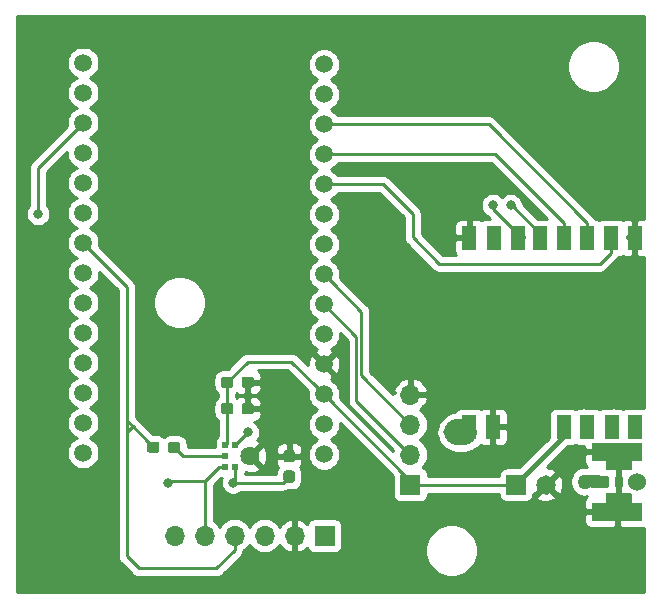
<source format=gbr>
G04 #@! TF.GenerationSoftware,KiCad,Pcbnew,(5.1.0)-1*
G04 #@! TF.CreationDate,2019-05-29T17:20:43+02:00*
G04 #@! TF.ProjectId,Mini-Lora,4d696e69-2d4c-46f7-9261-2e6b69636164,rev?*
G04 #@! TF.SameCoordinates,Original*
G04 #@! TF.FileFunction,Copper,L1,Top*
G04 #@! TF.FilePolarity,Positive*
%FSLAX46Y46*%
G04 Gerber Fmt 4.6, Leading zero omitted, Abs format (unit mm)*
G04 Created by KiCad (PCBNEW (5.1.0)-1) date 2019-05-29 17:20:43*
%MOMM*%
%LPD*%
G04 APERTURE LIST*
%ADD10C,1.500000*%
%ADD11O,1.700000X1.700000*%
%ADD12R,1.700000X1.700000*%
%ADD13R,1.270000X2.000000*%
%ADD14R,4.318000X1.524000*%
%ADD15C,0.100000*%
%ADD16C,1.016000*%
%ADD17C,1.270000*%
%ADD18C,1.651000*%
%ADD19R,1.651000X1.651000*%
%ADD20C,1.524000*%
%ADD21C,0.950000*%
%ADD22C,1.625000*%
%ADD23R,0.525000X0.600000*%
%ADD24C,0.800000*%
%ADD25C,0.711200*%
%ADD26C,0.406400*%
%ADD27C,0.250000*%
%ADD28C,1.000000*%
%ADD29C,2.200000*%
%ADD30C,0.254000*%
G04 APERTURE END LIST*
D10*
X135554725Y-72467027D03*
X135554725Y-100407027D03*
X135554725Y-102947027D03*
X135554725Y-95327027D03*
X135554725Y-92787027D03*
X135554725Y-90247027D03*
X135554725Y-97867027D03*
X135554725Y-105487027D03*
X135554725Y-75007027D03*
X135554725Y-77547027D03*
X135554725Y-85167027D03*
X135554725Y-87707027D03*
X135554725Y-80087027D03*
X135554725Y-82627027D03*
X155954725Y-105607027D03*
X155954725Y-77667027D03*
X155954725Y-75127027D03*
X155954725Y-82747027D03*
X155954725Y-85287027D03*
X155954725Y-87827027D03*
X155954725Y-80207027D03*
X155954725Y-72587027D03*
X155954725Y-103067027D03*
X155954725Y-100527027D03*
X155954725Y-92907027D03*
X155954725Y-90367027D03*
X155954725Y-97987027D03*
X155954725Y-95447027D03*
D11*
X163277221Y-100548520D03*
X163277221Y-103088520D03*
X163277221Y-105628520D03*
D12*
X163277221Y-108168520D03*
D13*
X176253209Y-103286720D03*
X176265409Y-87279220D03*
X172348209Y-87286720D03*
X174253209Y-87286720D03*
X178253209Y-87284720D03*
X180253209Y-87279220D03*
X168253209Y-87279220D03*
X182253209Y-87286720D03*
X170253209Y-103286720D03*
X170316709Y-87284720D03*
X182253209Y-103288720D03*
X180348209Y-103288720D03*
X178253209Y-103286720D03*
X168253209Y-103286720D03*
D14*
X180777709Y-105383220D03*
X180777709Y-110463220D03*
D15*
G36*
X181913068Y-108885959D02*
G01*
X181922930Y-108887422D01*
X181932602Y-108889845D01*
X181941990Y-108893204D01*
X181951003Y-108897467D01*
X181959555Y-108902593D01*
X181967563Y-108908532D01*
X181974951Y-108915228D01*
X181981647Y-108922616D01*
X181987586Y-108930624D01*
X181992712Y-108939176D01*
X181996975Y-108948189D01*
X182000334Y-108957577D01*
X182002757Y-108967249D01*
X182004220Y-108977111D01*
X182004709Y-108987070D01*
X182004709Y-109799870D01*
X182004220Y-109809829D01*
X182002757Y-109819691D01*
X182000334Y-109829363D01*
X181996975Y-109838751D01*
X181992712Y-109847764D01*
X181987586Y-109856316D01*
X181981647Y-109864324D01*
X181974951Y-109871712D01*
X181967563Y-109878408D01*
X181959555Y-109884347D01*
X181951003Y-109889473D01*
X181941990Y-109893736D01*
X181932602Y-109897095D01*
X181922930Y-109899518D01*
X181913068Y-109900981D01*
X181903109Y-109901470D01*
X179906309Y-109901470D01*
X179896350Y-109900981D01*
X179886488Y-109899518D01*
X179876816Y-109897095D01*
X179867428Y-109893736D01*
X179858415Y-109889473D01*
X179849863Y-109884347D01*
X179841855Y-109878408D01*
X179834467Y-109871712D01*
X179827771Y-109864324D01*
X179821832Y-109856316D01*
X179816706Y-109847764D01*
X179812443Y-109838751D01*
X179809084Y-109829363D01*
X179806661Y-109819691D01*
X179805198Y-109809829D01*
X179804709Y-109799870D01*
X179804709Y-108987070D01*
X179805198Y-108977111D01*
X179806661Y-108967249D01*
X179809084Y-108957577D01*
X179812443Y-108948189D01*
X179816706Y-108939176D01*
X179821832Y-108930624D01*
X179827771Y-108922616D01*
X179834467Y-108915228D01*
X179841855Y-108908532D01*
X179849863Y-108902593D01*
X179858415Y-108897467D01*
X179867428Y-108893204D01*
X179876816Y-108889845D01*
X179886488Y-108887422D01*
X179896350Y-108885959D01*
X179906309Y-108885470D01*
X181903109Y-108885470D01*
X181913068Y-108885959D01*
X181913068Y-108885959D01*
G37*
D16*
X180904709Y-109393470D03*
D15*
G36*
X181913068Y-105945459D02*
G01*
X181922930Y-105946922D01*
X181932602Y-105949345D01*
X181941990Y-105952704D01*
X181951003Y-105956967D01*
X181959555Y-105962093D01*
X181967563Y-105968032D01*
X181974951Y-105974728D01*
X181981647Y-105982116D01*
X181987586Y-105990124D01*
X181992712Y-105998676D01*
X181996975Y-106007689D01*
X182000334Y-106017077D01*
X182002757Y-106026749D01*
X182004220Y-106036611D01*
X182004709Y-106046570D01*
X182004709Y-106859370D01*
X182004220Y-106869329D01*
X182002757Y-106879191D01*
X182000334Y-106888863D01*
X181996975Y-106898251D01*
X181992712Y-106907264D01*
X181987586Y-106915816D01*
X181981647Y-106923824D01*
X181974951Y-106931212D01*
X181967563Y-106937908D01*
X181959555Y-106943847D01*
X181951003Y-106948973D01*
X181941990Y-106953236D01*
X181932602Y-106956595D01*
X181922930Y-106959018D01*
X181913068Y-106960481D01*
X181903109Y-106960970D01*
X179906309Y-106960970D01*
X179896350Y-106960481D01*
X179886488Y-106959018D01*
X179876816Y-106956595D01*
X179867428Y-106953236D01*
X179858415Y-106948973D01*
X179849863Y-106943847D01*
X179841855Y-106937908D01*
X179834467Y-106931212D01*
X179827771Y-106923824D01*
X179821832Y-106915816D01*
X179816706Y-106907264D01*
X179812443Y-106898251D01*
X179809084Y-106888863D01*
X179806661Y-106879191D01*
X179805198Y-106869329D01*
X179804709Y-106859370D01*
X179804709Y-106046570D01*
X179805198Y-106036611D01*
X179806661Y-106026749D01*
X179809084Y-106017077D01*
X179812443Y-106007689D01*
X179816706Y-105998676D01*
X179821832Y-105990124D01*
X179827771Y-105982116D01*
X179834467Y-105974728D01*
X179841855Y-105968032D01*
X179849863Y-105962093D01*
X179858415Y-105956967D01*
X179867428Y-105952704D01*
X179876816Y-105949345D01*
X179886488Y-105946922D01*
X179896350Y-105945459D01*
X179906309Y-105944970D01*
X181903109Y-105944970D01*
X181913068Y-105945459D01*
X181913068Y-105945459D01*
G37*
D16*
X180904709Y-106452970D03*
D17*
X178047209Y-107923220D03*
D15*
G36*
X179954818Y-107415709D02*
G01*
X179964680Y-107417172D01*
X179974352Y-107419595D01*
X179983740Y-107422954D01*
X179992753Y-107427217D01*
X180001305Y-107432343D01*
X180009313Y-107438282D01*
X180016701Y-107444978D01*
X180023397Y-107452366D01*
X180029336Y-107460374D01*
X180034462Y-107468926D01*
X180038725Y-107477939D01*
X180042084Y-107487327D01*
X180044507Y-107496999D01*
X180045970Y-107506861D01*
X180046459Y-107516820D01*
X180046459Y-108329620D01*
X180045970Y-108339579D01*
X180044507Y-108349441D01*
X180042084Y-108359113D01*
X180038725Y-108368501D01*
X180034462Y-108377514D01*
X180029336Y-108386066D01*
X180023397Y-108394074D01*
X180016701Y-108401462D01*
X180009313Y-108408158D01*
X180001305Y-108414097D01*
X179992753Y-108419223D01*
X179983740Y-108423486D01*
X179974352Y-108426845D01*
X179964680Y-108429268D01*
X179954818Y-108430731D01*
X179944859Y-108431220D01*
X178624059Y-108431220D01*
X178614100Y-108430731D01*
X178604238Y-108429268D01*
X178594566Y-108426845D01*
X178585178Y-108423486D01*
X178576165Y-108419223D01*
X178567613Y-108414097D01*
X178559605Y-108408158D01*
X178552217Y-108401462D01*
X178545521Y-108394074D01*
X178539582Y-108386066D01*
X178534456Y-108377514D01*
X178530193Y-108368501D01*
X178526834Y-108359113D01*
X178524411Y-108349441D01*
X178522948Y-108339579D01*
X178522459Y-108329620D01*
X178522459Y-107516820D01*
X178522948Y-107506861D01*
X178524411Y-107496999D01*
X178526834Y-107487327D01*
X178530193Y-107477939D01*
X178534456Y-107468926D01*
X178539582Y-107460374D01*
X178545521Y-107452366D01*
X178552217Y-107444978D01*
X178559605Y-107438282D01*
X178567613Y-107432343D01*
X178576165Y-107427217D01*
X178585178Y-107422954D01*
X178594566Y-107419595D01*
X178604238Y-107417172D01*
X178614100Y-107415709D01*
X178624059Y-107415220D01*
X179944859Y-107415220D01*
X179954818Y-107415709D01*
X179954818Y-107415709D01*
G37*
D16*
X179284459Y-107923220D03*
D18*
X174745209Y-108177220D03*
D19*
X172205209Y-108177220D03*
D20*
X182492209Y-107923220D03*
D15*
G36*
X149810779Y-99026144D02*
G01*
X149833834Y-99029563D01*
X149856443Y-99035227D01*
X149878387Y-99043079D01*
X149899457Y-99053044D01*
X149919448Y-99065026D01*
X149938168Y-99078910D01*
X149955438Y-99094562D01*
X149971090Y-99111832D01*
X149984974Y-99130552D01*
X149996956Y-99150543D01*
X150006921Y-99171613D01*
X150014773Y-99193557D01*
X150020437Y-99216166D01*
X150023856Y-99239221D01*
X150025000Y-99262500D01*
X150025000Y-99737500D01*
X150023856Y-99760779D01*
X150020437Y-99783834D01*
X150014773Y-99806443D01*
X150006921Y-99828387D01*
X149996956Y-99849457D01*
X149984974Y-99869448D01*
X149971090Y-99888168D01*
X149955438Y-99905438D01*
X149938168Y-99921090D01*
X149919448Y-99934974D01*
X149899457Y-99946956D01*
X149878387Y-99956921D01*
X149856443Y-99964773D01*
X149833834Y-99970437D01*
X149810779Y-99973856D01*
X149787500Y-99975000D01*
X149212500Y-99975000D01*
X149189221Y-99973856D01*
X149166166Y-99970437D01*
X149143557Y-99964773D01*
X149121613Y-99956921D01*
X149100543Y-99946956D01*
X149080552Y-99934974D01*
X149061832Y-99921090D01*
X149044562Y-99905438D01*
X149028910Y-99888168D01*
X149015026Y-99869448D01*
X149003044Y-99849457D01*
X148993079Y-99828387D01*
X148985227Y-99806443D01*
X148979563Y-99783834D01*
X148976144Y-99760779D01*
X148975000Y-99737500D01*
X148975000Y-99262500D01*
X148976144Y-99239221D01*
X148979563Y-99216166D01*
X148985227Y-99193557D01*
X148993079Y-99171613D01*
X149003044Y-99150543D01*
X149015026Y-99130552D01*
X149028910Y-99111832D01*
X149044562Y-99094562D01*
X149061832Y-99078910D01*
X149080552Y-99065026D01*
X149100543Y-99053044D01*
X149121613Y-99043079D01*
X149143557Y-99035227D01*
X149166166Y-99029563D01*
X149189221Y-99026144D01*
X149212500Y-99025000D01*
X149787500Y-99025000D01*
X149810779Y-99026144D01*
X149810779Y-99026144D01*
G37*
D21*
X149500000Y-99500000D03*
D15*
G36*
X148060779Y-99026144D02*
G01*
X148083834Y-99029563D01*
X148106443Y-99035227D01*
X148128387Y-99043079D01*
X148149457Y-99053044D01*
X148169448Y-99065026D01*
X148188168Y-99078910D01*
X148205438Y-99094562D01*
X148221090Y-99111832D01*
X148234974Y-99130552D01*
X148246956Y-99150543D01*
X148256921Y-99171613D01*
X148264773Y-99193557D01*
X148270437Y-99216166D01*
X148273856Y-99239221D01*
X148275000Y-99262500D01*
X148275000Y-99737500D01*
X148273856Y-99760779D01*
X148270437Y-99783834D01*
X148264773Y-99806443D01*
X148256921Y-99828387D01*
X148246956Y-99849457D01*
X148234974Y-99869448D01*
X148221090Y-99888168D01*
X148205438Y-99905438D01*
X148188168Y-99921090D01*
X148169448Y-99934974D01*
X148149457Y-99946956D01*
X148128387Y-99956921D01*
X148106443Y-99964773D01*
X148083834Y-99970437D01*
X148060779Y-99973856D01*
X148037500Y-99975000D01*
X147462500Y-99975000D01*
X147439221Y-99973856D01*
X147416166Y-99970437D01*
X147393557Y-99964773D01*
X147371613Y-99956921D01*
X147350543Y-99946956D01*
X147330552Y-99934974D01*
X147311832Y-99921090D01*
X147294562Y-99905438D01*
X147278910Y-99888168D01*
X147265026Y-99869448D01*
X147253044Y-99849457D01*
X147243079Y-99828387D01*
X147235227Y-99806443D01*
X147229563Y-99783834D01*
X147226144Y-99760779D01*
X147225000Y-99737500D01*
X147225000Y-99262500D01*
X147226144Y-99239221D01*
X147229563Y-99216166D01*
X147235227Y-99193557D01*
X147243079Y-99171613D01*
X147253044Y-99150543D01*
X147265026Y-99130552D01*
X147278910Y-99111832D01*
X147294562Y-99094562D01*
X147311832Y-99078910D01*
X147330552Y-99065026D01*
X147350543Y-99053044D01*
X147371613Y-99043079D01*
X147393557Y-99035227D01*
X147416166Y-99029563D01*
X147439221Y-99026144D01*
X147462500Y-99025000D01*
X148037500Y-99025000D01*
X148060779Y-99026144D01*
X148060779Y-99026144D01*
G37*
D21*
X147750000Y-99500000D03*
D15*
G36*
X148060779Y-101276144D02*
G01*
X148083834Y-101279563D01*
X148106443Y-101285227D01*
X148128387Y-101293079D01*
X148149457Y-101303044D01*
X148169448Y-101315026D01*
X148188168Y-101328910D01*
X148205438Y-101344562D01*
X148221090Y-101361832D01*
X148234974Y-101380552D01*
X148246956Y-101400543D01*
X148256921Y-101421613D01*
X148264773Y-101443557D01*
X148270437Y-101466166D01*
X148273856Y-101489221D01*
X148275000Y-101512500D01*
X148275000Y-101987500D01*
X148273856Y-102010779D01*
X148270437Y-102033834D01*
X148264773Y-102056443D01*
X148256921Y-102078387D01*
X148246956Y-102099457D01*
X148234974Y-102119448D01*
X148221090Y-102138168D01*
X148205438Y-102155438D01*
X148188168Y-102171090D01*
X148169448Y-102184974D01*
X148149457Y-102196956D01*
X148128387Y-102206921D01*
X148106443Y-102214773D01*
X148083834Y-102220437D01*
X148060779Y-102223856D01*
X148037500Y-102225000D01*
X147462500Y-102225000D01*
X147439221Y-102223856D01*
X147416166Y-102220437D01*
X147393557Y-102214773D01*
X147371613Y-102206921D01*
X147350543Y-102196956D01*
X147330552Y-102184974D01*
X147311832Y-102171090D01*
X147294562Y-102155438D01*
X147278910Y-102138168D01*
X147265026Y-102119448D01*
X147253044Y-102099457D01*
X147243079Y-102078387D01*
X147235227Y-102056443D01*
X147229563Y-102033834D01*
X147226144Y-102010779D01*
X147225000Y-101987500D01*
X147225000Y-101512500D01*
X147226144Y-101489221D01*
X147229563Y-101466166D01*
X147235227Y-101443557D01*
X147243079Y-101421613D01*
X147253044Y-101400543D01*
X147265026Y-101380552D01*
X147278910Y-101361832D01*
X147294562Y-101344562D01*
X147311832Y-101328910D01*
X147330552Y-101315026D01*
X147350543Y-101303044D01*
X147371613Y-101293079D01*
X147393557Y-101285227D01*
X147416166Y-101279563D01*
X147439221Y-101276144D01*
X147462500Y-101275000D01*
X148037500Y-101275000D01*
X148060779Y-101276144D01*
X148060779Y-101276144D01*
G37*
D21*
X147750000Y-101750000D03*
D15*
G36*
X149810779Y-101276144D02*
G01*
X149833834Y-101279563D01*
X149856443Y-101285227D01*
X149878387Y-101293079D01*
X149899457Y-101303044D01*
X149919448Y-101315026D01*
X149938168Y-101328910D01*
X149955438Y-101344562D01*
X149971090Y-101361832D01*
X149984974Y-101380552D01*
X149996956Y-101400543D01*
X150006921Y-101421613D01*
X150014773Y-101443557D01*
X150020437Y-101466166D01*
X150023856Y-101489221D01*
X150025000Y-101512500D01*
X150025000Y-101987500D01*
X150023856Y-102010779D01*
X150020437Y-102033834D01*
X150014773Y-102056443D01*
X150006921Y-102078387D01*
X149996956Y-102099457D01*
X149984974Y-102119448D01*
X149971090Y-102138168D01*
X149955438Y-102155438D01*
X149938168Y-102171090D01*
X149919448Y-102184974D01*
X149899457Y-102196956D01*
X149878387Y-102206921D01*
X149856443Y-102214773D01*
X149833834Y-102220437D01*
X149810779Y-102223856D01*
X149787500Y-102225000D01*
X149212500Y-102225000D01*
X149189221Y-102223856D01*
X149166166Y-102220437D01*
X149143557Y-102214773D01*
X149121613Y-102206921D01*
X149100543Y-102196956D01*
X149080552Y-102184974D01*
X149061832Y-102171090D01*
X149044562Y-102155438D01*
X149028910Y-102138168D01*
X149015026Y-102119448D01*
X149003044Y-102099457D01*
X148993079Y-102078387D01*
X148985227Y-102056443D01*
X148979563Y-102033834D01*
X148976144Y-102010779D01*
X148975000Y-101987500D01*
X148975000Y-101512500D01*
X148976144Y-101489221D01*
X148979563Y-101466166D01*
X148985227Y-101443557D01*
X148993079Y-101421613D01*
X149003044Y-101400543D01*
X149015026Y-101380552D01*
X149028910Y-101361832D01*
X149044562Y-101344562D01*
X149061832Y-101328910D01*
X149080552Y-101315026D01*
X149100543Y-101303044D01*
X149121613Y-101293079D01*
X149143557Y-101285227D01*
X149166166Y-101279563D01*
X149189221Y-101276144D01*
X149212500Y-101275000D01*
X149787500Y-101275000D01*
X149810779Y-101276144D01*
X149810779Y-101276144D01*
G37*
D21*
X149500000Y-101750000D03*
D22*
X149710000Y-105750000D03*
D23*
X147600000Y-106650000D03*
X147600000Y-105750000D03*
X147600000Y-104850000D03*
X148450000Y-104850000D03*
X148450000Y-106650000D03*
D12*
X156000000Y-112500000D03*
D11*
X153460000Y-112500000D03*
X150920000Y-112500000D03*
X148380000Y-112500000D03*
X145840000Y-112500000D03*
X143300000Y-112500000D03*
D15*
G36*
X141810779Y-104526144D02*
G01*
X141833834Y-104529563D01*
X141856443Y-104535227D01*
X141878387Y-104543079D01*
X141899457Y-104553044D01*
X141919448Y-104565026D01*
X141938168Y-104578910D01*
X141955438Y-104594562D01*
X141971090Y-104611832D01*
X141984974Y-104630552D01*
X141996956Y-104650543D01*
X142006921Y-104671613D01*
X142014773Y-104693557D01*
X142020437Y-104716166D01*
X142023856Y-104739221D01*
X142025000Y-104762500D01*
X142025000Y-105237500D01*
X142023856Y-105260779D01*
X142020437Y-105283834D01*
X142014773Y-105306443D01*
X142006921Y-105328387D01*
X141996956Y-105349457D01*
X141984974Y-105369448D01*
X141971090Y-105388168D01*
X141955438Y-105405438D01*
X141938168Y-105421090D01*
X141919448Y-105434974D01*
X141899457Y-105446956D01*
X141878387Y-105456921D01*
X141856443Y-105464773D01*
X141833834Y-105470437D01*
X141810779Y-105473856D01*
X141787500Y-105475000D01*
X141212500Y-105475000D01*
X141189221Y-105473856D01*
X141166166Y-105470437D01*
X141143557Y-105464773D01*
X141121613Y-105456921D01*
X141100543Y-105446956D01*
X141080552Y-105434974D01*
X141061832Y-105421090D01*
X141044562Y-105405438D01*
X141028910Y-105388168D01*
X141015026Y-105369448D01*
X141003044Y-105349457D01*
X140993079Y-105328387D01*
X140985227Y-105306443D01*
X140979563Y-105283834D01*
X140976144Y-105260779D01*
X140975000Y-105237500D01*
X140975000Y-104762500D01*
X140976144Y-104739221D01*
X140979563Y-104716166D01*
X140985227Y-104693557D01*
X140993079Y-104671613D01*
X141003044Y-104650543D01*
X141015026Y-104630552D01*
X141028910Y-104611832D01*
X141044562Y-104594562D01*
X141061832Y-104578910D01*
X141080552Y-104565026D01*
X141100543Y-104553044D01*
X141121613Y-104543079D01*
X141143557Y-104535227D01*
X141166166Y-104529563D01*
X141189221Y-104526144D01*
X141212500Y-104525000D01*
X141787500Y-104525000D01*
X141810779Y-104526144D01*
X141810779Y-104526144D01*
G37*
D21*
X141500000Y-105000000D03*
D15*
G36*
X143560779Y-104526144D02*
G01*
X143583834Y-104529563D01*
X143606443Y-104535227D01*
X143628387Y-104543079D01*
X143649457Y-104553044D01*
X143669448Y-104565026D01*
X143688168Y-104578910D01*
X143705438Y-104594562D01*
X143721090Y-104611832D01*
X143734974Y-104630552D01*
X143746956Y-104650543D01*
X143756921Y-104671613D01*
X143764773Y-104693557D01*
X143770437Y-104716166D01*
X143773856Y-104739221D01*
X143775000Y-104762500D01*
X143775000Y-105237500D01*
X143773856Y-105260779D01*
X143770437Y-105283834D01*
X143764773Y-105306443D01*
X143756921Y-105328387D01*
X143746956Y-105349457D01*
X143734974Y-105369448D01*
X143721090Y-105388168D01*
X143705438Y-105405438D01*
X143688168Y-105421090D01*
X143669448Y-105434974D01*
X143649457Y-105446956D01*
X143628387Y-105456921D01*
X143606443Y-105464773D01*
X143583834Y-105470437D01*
X143560779Y-105473856D01*
X143537500Y-105475000D01*
X142962500Y-105475000D01*
X142939221Y-105473856D01*
X142916166Y-105470437D01*
X142893557Y-105464773D01*
X142871613Y-105456921D01*
X142850543Y-105446956D01*
X142830552Y-105434974D01*
X142811832Y-105421090D01*
X142794562Y-105405438D01*
X142778910Y-105388168D01*
X142765026Y-105369448D01*
X142753044Y-105349457D01*
X142743079Y-105328387D01*
X142735227Y-105306443D01*
X142729563Y-105283834D01*
X142726144Y-105260779D01*
X142725000Y-105237500D01*
X142725000Y-104762500D01*
X142726144Y-104739221D01*
X142729563Y-104716166D01*
X142735227Y-104693557D01*
X142743079Y-104671613D01*
X142753044Y-104650543D01*
X142765026Y-104630552D01*
X142778910Y-104611832D01*
X142794562Y-104594562D01*
X142811832Y-104578910D01*
X142830552Y-104565026D01*
X142850543Y-104553044D01*
X142871613Y-104543079D01*
X142893557Y-104535227D01*
X142916166Y-104529563D01*
X142939221Y-104526144D01*
X142962500Y-104525000D01*
X143537500Y-104525000D01*
X143560779Y-104526144D01*
X143560779Y-104526144D01*
G37*
D21*
X143250000Y-105000000D03*
D15*
G36*
X153260779Y-106976144D02*
G01*
X153283834Y-106979563D01*
X153306443Y-106985227D01*
X153328387Y-106993079D01*
X153349457Y-107003044D01*
X153369448Y-107015026D01*
X153388168Y-107028910D01*
X153405438Y-107044562D01*
X153421090Y-107061832D01*
X153434974Y-107080552D01*
X153446956Y-107100543D01*
X153456921Y-107121613D01*
X153464773Y-107143557D01*
X153470437Y-107166166D01*
X153473856Y-107189221D01*
X153475000Y-107212500D01*
X153475000Y-107787500D01*
X153473856Y-107810779D01*
X153470437Y-107833834D01*
X153464773Y-107856443D01*
X153456921Y-107878387D01*
X153446956Y-107899457D01*
X153434974Y-107919448D01*
X153421090Y-107938168D01*
X153405438Y-107955438D01*
X153388168Y-107971090D01*
X153369448Y-107984974D01*
X153349457Y-107996956D01*
X153328387Y-108006921D01*
X153306443Y-108014773D01*
X153283834Y-108020437D01*
X153260779Y-108023856D01*
X153237500Y-108025000D01*
X152762500Y-108025000D01*
X152739221Y-108023856D01*
X152716166Y-108020437D01*
X152693557Y-108014773D01*
X152671613Y-108006921D01*
X152650543Y-107996956D01*
X152630552Y-107984974D01*
X152611832Y-107971090D01*
X152594562Y-107955438D01*
X152578910Y-107938168D01*
X152565026Y-107919448D01*
X152553044Y-107899457D01*
X152543079Y-107878387D01*
X152535227Y-107856443D01*
X152529563Y-107833834D01*
X152526144Y-107810779D01*
X152525000Y-107787500D01*
X152525000Y-107212500D01*
X152526144Y-107189221D01*
X152529563Y-107166166D01*
X152535227Y-107143557D01*
X152543079Y-107121613D01*
X152553044Y-107100543D01*
X152565026Y-107080552D01*
X152578910Y-107061832D01*
X152594562Y-107044562D01*
X152611832Y-107028910D01*
X152630552Y-107015026D01*
X152650543Y-107003044D01*
X152671613Y-106993079D01*
X152693557Y-106985227D01*
X152716166Y-106979563D01*
X152739221Y-106976144D01*
X152762500Y-106975000D01*
X153237500Y-106975000D01*
X153260779Y-106976144D01*
X153260779Y-106976144D01*
G37*
D21*
X153000000Y-107500000D03*
D15*
G36*
X153260779Y-105226144D02*
G01*
X153283834Y-105229563D01*
X153306443Y-105235227D01*
X153328387Y-105243079D01*
X153349457Y-105253044D01*
X153369448Y-105265026D01*
X153388168Y-105278910D01*
X153405438Y-105294562D01*
X153421090Y-105311832D01*
X153434974Y-105330552D01*
X153446956Y-105350543D01*
X153456921Y-105371613D01*
X153464773Y-105393557D01*
X153470437Y-105416166D01*
X153473856Y-105439221D01*
X153475000Y-105462500D01*
X153475000Y-106037500D01*
X153473856Y-106060779D01*
X153470437Y-106083834D01*
X153464773Y-106106443D01*
X153456921Y-106128387D01*
X153446956Y-106149457D01*
X153434974Y-106169448D01*
X153421090Y-106188168D01*
X153405438Y-106205438D01*
X153388168Y-106221090D01*
X153369448Y-106234974D01*
X153349457Y-106246956D01*
X153328387Y-106256921D01*
X153306443Y-106264773D01*
X153283834Y-106270437D01*
X153260779Y-106273856D01*
X153237500Y-106275000D01*
X152762500Y-106275000D01*
X152739221Y-106273856D01*
X152716166Y-106270437D01*
X152693557Y-106264773D01*
X152671613Y-106256921D01*
X152650543Y-106246956D01*
X152630552Y-106234974D01*
X152611832Y-106221090D01*
X152594562Y-106205438D01*
X152578910Y-106188168D01*
X152565026Y-106169448D01*
X152553044Y-106149457D01*
X152543079Y-106128387D01*
X152535227Y-106106443D01*
X152529563Y-106083834D01*
X152526144Y-106060779D01*
X152525000Y-106037500D01*
X152525000Y-105462500D01*
X152526144Y-105439221D01*
X152529563Y-105416166D01*
X152535227Y-105393557D01*
X152543079Y-105371613D01*
X152553044Y-105350543D01*
X152565026Y-105330552D01*
X152578910Y-105311832D01*
X152594562Y-105294562D01*
X152611832Y-105278910D01*
X152630552Y-105265026D01*
X152650543Y-105253044D01*
X152671613Y-105243079D01*
X152693557Y-105235227D01*
X152716166Y-105229563D01*
X152739221Y-105226144D01*
X152762500Y-105225000D01*
X153237500Y-105225000D01*
X153260779Y-105226144D01*
X153260779Y-105226144D01*
G37*
D21*
X153000000Y-105750000D03*
D24*
X166750000Y-95750000D03*
X166000000Y-84000000D03*
X170250000Y-84500000D03*
X171750000Y-84500000D03*
D25*
X166490209Y-103732220D03*
X166490209Y-103732220D03*
D24*
X166490209Y-103732220D03*
X149500000Y-103750000D03*
X142750000Y-108000000D03*
X131750000Y-85250000D03*
X148250000Y-108000000D03*
D26*
X180460209Y-105002220D02*
X180460209Y-106272220D01*
X180460209Y-106272220D02*
X180904709Y-106452970D01*
X180460209Y-105002220D02*
X180777709Y-105383220D01*
X180460209Y-106272220D02*
X180904709Y-106452970D01*
X180460209Y-110082220D02*
X180777709Y-110463220D01*
X181730209Y-87222220D02*
X182253209Y-87286720D01*
X170300209Y-103732220D02*
X170253209Y-103286720D01*
X170300209Y-103732220D02*
X170253209Y-103286720D01*
X167760209Y-87222220D02*
X168253209Y-87279220D01*
X174745209Y-108177220D02*
X174745209Y-108812220D01*
X180904709Y-109393470D02*
X180777709Y-109393470D01*
X180777709Y-109393470D02*
X180777709Y-110463220D01*
X172840209Y-107542220D02*
X176650209Y-103732220D01*
X176650209Y-103732220D02*
X176253209Y-103286720D01*
X172840209Y-107542220D02*
X172205209Y-108177220D01*
D27*
X163285921Y-108177220D02*
X163277221Y-108168520D01*
X172205209Y-108177220D02*
X163285921Y-108177220D01*
X163277221Y-107849523D02*
X155954725Y-100527027D01*
X163277221Y-108168520D02*
X163277221Y-107849523D01*
X155204726Y-99777028D02*
X155954725Y-100527027D01*
X153177698Y-97750000D02*
X155204726Y-99777028D01*
X149500000Y-97750000D02*
X153177698Y-97750000D01*
X147750000Y-99500000D02*
X149500000Y-97750000D01*
X147750000Y-99500000D02*
X147750000Y-101750000D01*
X147750000Y-104700000D02*
X147600000Y-104850000D01*
X147750000Y-101750000D02*
X147750000Y-104700000D01*
D26*
X176650209Y-87222220D02*
X176265409Y-87279220D01*
D27*
X176265409Y-87279220D02*
X176265409Y-87644220D01*
X157015385Y-80207027D02*
X155954725Y-80207027D01*
X170443216Y-80207027D02*
X157015385Y-80207027D01*
X176265409Y-86029220D02*
X170443216Y-80207027D01*
X176265409Y-87279220D02*
X176265409Y-86029220D01*
D26*
X172840209Y-87222220D02*
X172348209Y-87286720D01*
D27*
X172348209Y-87286720D02*
X172348209Y-87651720D01*
X170250000Y-84823511D02*
X170250000Y-84500000D01*
X172348209Y-87286720D02*
X172348209Y-86921720D01*
X172348209Y-86921720D02*
X170250000Y-84823511D01*
X174253209Y-87286720D02*
X174253209Y-87651720D01*
X171831489Y-84500000D02*
X171750000Y-84500000D01*
X174253209Y-87286720D02*
X174253209Y-86921720D01*
X174253209Y-86921720D02*
X171831489Y-84500000D01*
D26*
X177920209Y-87222220D02*
X178253209Y-87284720D01*
D27*
X157015385Y-77667027D02*
X155954725Y-77667027D01*
X169885516Y-77667027D02*
X157015385Y-77667027D01*
X178253209Y-86034720D02*
X169885516Y-77667027D01*
X178253209Y-87284720D02*
X178253209Y-86034720D01*
D26*
X180460209Y-87222220D02*
X180253209Y-87279220D01*
D27*
X180253209Y-88529220D02*
X179297956Y-89484473D01*
X180253209Y-87279220D02*
X180253209Y-88529220D01*
X179297956Y-89484473D02*
X165704237Y-89484473D01*
X165704237Y-89484473D02*
X163454237Y-87234473D01*
X163454237Y-87234473D02*
X163454237Y-85234473D01*
X160966791Y-82747027D02*
X155954725Y-82747027D01*
X163454237Y-85234473D02*
X160966791Y-82747027D01*
D26*
X177920209Y-107542220D02*
X179190209Y-107542220D01*
X179190209Y-107542220D02*
X179284459Y-107923220D01*
X177920209Y-107542220D02*
X178047209Y-107923220D01*
D28*
X167807709Y-103732220D02*
X168253209Y-103286720D01*
D29*
X167250000Y-103732220D02*
X167807709Y-103732220D01*
D27*
X156704724Y-91117026D02*
X155954725Y-90367027D01*
X159106647Y-93518949D02*
X156704724Y-91117026D01*
X159106647Y-98917946D02*
X159106647Y-93518949D01*
X163277221Y-103088520D02*
X159106647Y-98917946D01*
X163277221Y-105628520D02*
X158704237Y-101055536D01*
X158704237Y-95656539D02*
X155954725Y-92907027D01*
X158704237Y-101055536D02*
X158704237Y-95656539D01*
X148450000Y-104850000D02*
X148450000Y-104800000D01*
X148450000Y-104800000D02*
X149500000Y-103750000D01*
X145840000Y-111297919D02*
X145840000Y-112500000D01*
X145840000Y-107897500D02*
X145840000Y-111297919D01*
X147087500Y-106650000D02*
X145840000Y-107897500D01*
X147600000Y-106650000D02*
X147087500Y-106650000D01*
X145840000Y-107897500D02*
X142852500Y-107897500D01*
X142852500Y-107897500D02*
X142750000Y-108000000D01*
X134804726Y-78297026D02*
X135554725Y-77547027D01*
X131750000Y-85250000D02*
X131750000Y-81351752D01*
X131750000Y-81351752D02*
X134804726Y-78297026D01*
X139250000Y-91402302D02*
X135554725Y-87707027D01*
X140250000Y-115250000D02*
X139250000Y-114250000D01*
X146832081Y-115250000D02*
X140250000Y-115250000D01*
X148380000Y-112500000D02*
X148380000Y-113702081D01*
X148380000Y-113702081D02*
X146832081Y-115250000D01*
X141500000Y-105000000D02*
X141000928Y-104500928D01*
X139250000Y-102750000D02*
X139250000Y-91402302D01*
X139250000Y-104000000D02*
X139250000Y-103750000D01*
X139250000Y-104000000D02*
X139250000Y-102750000D01*
X139250000Y-114250000D02*
X139250000Y-104000000D01*
X139250000Y-103750000D02*
X139750000Y-103250000D01*
X141000928Y-104500928D02*
X139750000Y-103250000D01*
X139750000Y-103250000D02*
X139250000Y-102750000D01*
D26*
X180460209Y-102462220D02*
X180348209Y-103288720D01*
X177920209Y-102462220D02*
X178253209Y-103286720D01*
D27*
X144000000Y-105750000D02*
X143250000Y-105000000D01*
X147600000Y-105750000D02*
X144000000Y-105750000D01*
X148450000Y-106650000D02*
X148450000Y-107800000D01*
X148450000Y-107800000D02*
X148250000Y-108000000D01*
X152500000Y-108000000D02*
X153000000Y-107500000D01*
X148250000Y-108000000D02*
X152500000Y-108000000D01*
D30*
G36*
X183015001Y-85661609D02*
G01*
X183012691Y-85660908D01*
X182888209Y-85648648D01*
X182538959Y-85651720D01*
X182380209Y-85810470D01*
X182380209Y-87159720D01*
X182400209Y-87159720D01*
X182400209Y-87413720D01*
X182380209Y-87413720D01*
X182380209Y-88762970D01*
X182538959Y-88921720D01*
X182888209Y-88924792D01*
X183012691Y-88912532D01*
X183015001Y-88911831D01*
X183015000Y-101663609D01*
X183012691Y-101662908D01*
X182888209Y-101650648D01*
X181618209Y-101650648D01*
X181493727Y-101662908D01*
X181374029Y-101699218D01*
X181300709Y-101738409D01*
X181227389Y-101699218D01*
X181107691Y-101662908D01*
X180983209Y-101650648D01*
X180670515Y-101650648D01*
X180573310Y-101627594D01*
X180408309Y-101621566D01*
X180245304Y-101647844D01*
X180237768Y-101650648D01*
X179713209Y-101650648D01*
X179588727Y-101662908D01*
X179469029Y-101699218D01*
X179358715Y-101758183D01*
X179301928Y-101804787D01*
X179242703Y-101756183D01*
X179132389Y-101697218D01*
X179012691Y-101660908D01*
X178888209Y-101648648D01*
X178127007Y-101648648D01*
X178091830Y-101637636D01*
X177927664Y-101619999D01*
X177763212Y-101634727D01*
X177715815Y-101648648D01*
X177618209Y-101648648D01*
X177493727Y-101660908D01*
X177374029Y-101697218D01*
X177263715Y-101756183D01*
X177253209Y-101764805D01*
X177242703Y-101756183D01*
X177132389Y-101697218D01*
X177012691Y-101660908D01*
X176888209Y-101648648D01*
X175618209Y-101648648D01*
X175493727Y-101660908D01*
X175374029Y-101697218D01*
X175263715Y-101756183D01*
X175167024Y-101835535D01*
X175087672Y-101932226D01*
X175028707Y-102042540D01*
X174992397Y-102162238D01*
X174980137Y-102286720D01*
X174980137Y-104216898D01*
X172483388Y-106713648D01*
X171379709Y-106713648D01*
X171255227Y-106725908D01*
X171135529Y-106762218D01*
X171025215Y-106821183D01*
X170928524Y-106900535D01*
X170849172Y-106997226D01*
X170790207Y-107107540D01*
X170753897Y-107227238D01*
X170741637Y-107351720D01*
X170741637Y-107417220D01*
X164765293Y-107417220D01*
X164765293Y-107318520D01*
X164753033Y-107194038D01*
X164716723Y-107074340D01*
X164657758Y-106964026D01*
X164578406Y-106867335D01*
X164481715Y-106787983D01*
X164371401Y-106729018D01*
X164302534Y-106708127D01*
X164332355Y-106683654D01*
X164517927Y-106457534D01*
X164655820Y-106199554D01*
X164740734Y-105919631D01*
X164769406Y-105628520D01*
X164740734Y-105337409D01*
X164655820Y-105057486D01*
X164517927Y-104799506D01*
X164332355Y-104573386D01*
X164106235Y-104387814D01*
X164051430Y-104358520D01*
X164106235Y-104329226D01*
X164332355Y-104143654D01*
X164517927Y-103917534D01*
X164655820Y-103659554D01*
X164664699Y-103630281D01*
X165455209Y-103630281D01*
X165455209Y-103834159D01*
X165494983Y-104034118D01*
X165573004Y-104222476D01*
X165596162Y-104257134D01*
X165639314Y-104399388D01*
X165800421Y-104700798D01*
X166017234Y-104964986D01*
X166281422Y-105181799D01*
X166582832Y-105342906D01*
X166909881Y-105442115D01*
X167164775Y-105467220D01*
X167892934Y-105467220D01*
X168147828Y-105442115D01*
X168474877Y-105342906D01*
X168776287Y-105181799D01*
X169040475Y-104964986D01*
X169107001Y-104883923D01*
X169132389Y-104876222D01*
X169242703Y-104817257D01*
X169253209Y-104808635D01*
X169263715Y-104817257D01*
X169374029Y-104876222D01*
X169493727Y-104912532D01*
X169618209Y-104924792D01*
X169967459Y-104921720D01*
X170126209Y-104762970D01*
X170126209Y-103413720D01*
X170380209Y-103413720D01*
X170380209Y-104762970D01*
X170538959Y-104921720D01*
X170888209Y-104924792D01*
X171012691Y-104912532D01*
X171132389Y-104876222D01*
X171242703Y-104817257D01*
X171339394Y-104737905D01*
X171418746Y-104641214D01*
X171477711Y-104530900D01*
X171514021Y-104411202D01*
X171526281Y-104286720D01*
X171523209Y-103572470D01*
X171364459Y-103413720D01*
X170380209Y-103413720D01*
X170126209Y-103413720D01*
X170106209Y-103413720D01*
X170106209Y-103159720D01*
X170126209Y-103159720D01*
X170126209Y-101810470D01*
X170380209Y-101810470D01*
X170380209Y-103159720D01*
X171364459Y-103159720D01*
X171523209Y-103000970D01*
X171526281Y-102286720D01*
X171514021Y-102162238D01*
X171477711Y-102042540D01*
X171418746Y-101932226D01*
X171339394Y-101835535D01*
X171242703Y-101756183D01*
X171132389Y-101697218D01*
X171012691Y-101660908D01*
X170888209Y-101648648D01*
X170538959Y-101651720D01*
X170380209Y-101810470D01*
X170126209Y-101810470D01*
X169967459Y-101651720D01*
X169618209Y-101648648D01*
X169493727Y-101660908D01*
X169374029Y-101697218D01*
X169263715Y-101756183D01*
X169253209Y-101764805D01*
X169242703Y-101756183D01*
X169132389Y-101697218D01*
X169012691Y-101660908D01*
X168888209Y-101648648D01*
X167618209Y-101648648D01*
X167493727Y-101660908D01*
X167374029Y-101697218D01*
X167263715Y-101756183D01*
X167167024Y-101835535D01*
X167087672Y-101932226D01*
X167046716Y-102008848D01*
X166909881Y-102022325D01*
X166582832Y-102121534D01*
X166281422Y-102282641D01*
X166017234Y-102499454D01*
X165800421Y-102763642D01*
X165639314Y-103065052D01*
X165596162Y-103207306D01*
X165573004Y-103241964D01*
X165494983Y-103430322D01*
X165455209Y-103630281D01*
X164664699Y-103630281D01*
X164740734Y-103379631D01*
X164769406Y-103088520D01*
X164740734Y-102797409D01*
X164655820Y-102517486D01*
X164517927Y-102259506D01*
X164332355Y-102033386D01*
X164106235Y-101847814D01*
X164041698Y-101813319D01*
X164158576Y-101743698D01*
X164374809Y-101548789D01*
X164548862Y-101315440D01*
X164674046Y-101052619D01*
X164718697Y-100905410D01*
X164597376Y-100675520D01*
X163404221Y-100675520D01*
X163404221Y-100695520D01*
X163150221Y-100695520D01*
X163150221Y-100675520D01*
X163130221Y-100675520D01*
X163130221Y-100421520D01*
X163150221Y-100421520D01*
X163150221Y-99227706D01*
X163404221Y-99227706D01*
X163404221Y-100421520D01*
X164597376Y-100421520D01*
X164718697Y-100191630D01*
X164674046Y-100044421D01*
X164548862Y-99781600D01*
X164374809Y-99548251D01*
X164158576Y-99353342D01*
X163908473Y-99204363D01*
X163634112Y-99107039D01*
X163404221Y-99227706D01*
X163150221Y-99227706D01*
X162920330Y-99107039D01*
X162645969Y-99204363D01*
X162395866Y-99353342D01*
X162179633Y-99548251D01*
X162005580Y-99781600D01*
X161880396Y-100044421D01*
X161835745Y-100191630D01*
X161957065Y-100421518D01*
X161792221Y-100421518D01*
X161792221Y-100528719D01*
X159866647Y-98603145D01*
X159866647Y-93556271D01*
X159870323Y-93518948D01*
X159866647Y-93481625D01*
X159866647Y-93481616D01*
X159855650Y-93369963D01*
X159812193Y-93226702D01*
X159793118Y-93191016D01*
X159741621Y-93094672D01*
X159670446Y-93007946D01*
X159646648Y-92978948D01*
X159617650Y-92955150D01*
X157310892Y-90648392D01*
X157339725Y-90503438D01*
X157339725Y-90230616D01*
X157286500Y-89963038D01*
X157182096Y-89710984D01*
X157030524Y-89484141D01*
X156837611Y-89291228D01*
X156610768Y-89139656D01*
X156507852Y-89097027D01*
X156610768Y-89054398D01*
X156837611Y-88902826D01*
X157030524Y-88709913D01*
X157182096Y-88483070D01*
X157286500Y-88231016D01*
X157339725Y-87963438D01*
X157339725Y-87690616D01*
X157286500Y-87423038D01*
X157182096Y-87170984D01*
X157030524Y-86944141D01*
X156837611Y-86751228D01*
X156610768Y-86599656D01*
X156507852Y-86557027D01*
X156610768Y-86514398D01*
X156837611Y-86362826D01*
X157030524Y-86169913D01*
X157182096Y-85943070D01*
X157286500Y-85691016D01*
X157339725Y-85423438D01*
X157339725Y-85150616D01*
X157286500Y-84883038D01*
X157182096Y-84630984D01*
X157030524Y-84404141D01*
X156837611Y-84211228D01*
X156610768Y-84059656D01*
X156507852Y-84017027D01*
X156610768Y-83974398D01*
X156837611Y-83822826D01*
X157030524Y-83629913D01*
X157112634Y-83507027D01*
X160651990Y-83507027D01*
X162694238Y-85549276D01*
X162694237Y-87197150D01*
X162690561Y-87234473D01*
X162694237Y-87271795D01*
X162694237Y-87271805D01*
X162705234Y-87383458D01*
X162741442Y-87502822D01*
X162748691Y-87526719D01*
X162819263Y-87658749D01*
X162855986Y-87703495D01*
X162914236Y-87774474D01*
X162943240Y-87798277D01*
X165140438Y-89995476D01*
X165164236Y-90024474D01*
X165193234Y-90048272D01*
X165279961Y-90119447D01*
X165411990Y-90190019D01*
X165555251Y-90233476D01*
X165704237Y-90248150D01*
X165741570Y-90244473D01*
X179260634Y-90244473D01*
X179297956Y-90248149D01*
X179335278Y-90244473D01*
X179335289Y-90244473D01*
X179446942Y-90233476D01*
X179590203Y-90190019D01*
X179722232Y-90119447D01*
X179837957Y-90024474D01*
X179861760Y-89995471D01*
X180764212Y-89093019D01*
X180793210Y-89069221D01*
X180888183Y-88953496D01*
X180908609Y-88915283D01*
X181012691Y-88905032D01*
X181132389Y-88868722D01*
X181242703Y-88809757D01*
X181248640Y-88804885D01*
X181263715Y-88817257D01*
X181374029Y-88876222D01*
X181493727Y-88912532D01*
X181618209Y-88924792D01*
X181967459Y-88921720D01*
X182126209Y-88762970D01*
X182126209Y-87413720D01*
X182106209Y-87413720D01*
X182106209Y-87159720D01*
X182126209Y-87159720D01*
X182126209Y-85810470D01*
X181967459Y-85651720D01*
X181618209Y-85648648D01*
X181493727Y-85660908D01*
X181374029Y-85697218D01*
X181263715Y-85756183D01*
X181257778Y-85761055D01*
X181242703Y-85748683D01*
X181132389Y-85689718D01*
X181012691Y-85653408D01*
X180888209Y-85641148D01*
X179618209Y-85641148D01*
X179493727Y-85653408D01*
X179374029Y-85689718D01*
X179263715Y-85748683D01*
X179249858Y-85760055D01*
X179242703Y-85754183D01*
X179132389Y-85695218D01*
X179012691Y-85658908D01*
X178908609Y-85648657D01*
X178888183Y-85610443D01*
X178817008Y-85523717D01*
X178793210Y-85494719D01*
X178764212Y-85470921D01*
X170449320Y-77156030D01*
X170425517Y-77127026D01*
X170309792Y-77032053D01*
X170177763Y-76961481D01*
X170034502Y-76918024D01*
X169922849Y-76907027D01*
X169922838Y-76907027D01*
X169885516Y-76903351D01*
X169848194Y-76907027D01*
X157112634Y-76907027D01*
X157030524Y-76784141D01*
X156837611Y-76591228D01*
X156610768Y-76439656D01*
X156507852Y-76397027D01*
X156610768Y-76354398D01*
X156837611Y-76202826D01*
X157030524Y-76009913D01*
X157182096Y-75783070D01*
X157286500Y-75531016D01*
X157339725Y-75263438D01*
X157339725Y-74990616D01*
X157286500Y-74723038D01*
X157182096Y-74470984D01*
X157030524Y-74244141D01*
X156837611Y-74051228D01*
X156610768Y-73899656D01*
X156507852Y-73857027D01*
X156610768Y-73814398D01*
X156837611Y-73662826D01*
X157030524Y-73469913D01*
X157182096Y-73243070D01*
X157286500Y-72991016D01*
X157339725Y-72723438D01*
X157339725Y-72529872D01*
X176515000Y-72529872D01*
X176515000Y-72970128D01*
X176600890Y-73401925D01*
X176769369Y-73808669D01*
X177013962Y-74174729D01*
X177325271Y-74486038D01*
X177691331Y-74730631D01*
X178098075Y-74899110D01*
X178529872Y-74985000D01*
X178970128Y-74985000D01*
X179401925Y-74899110D01*
X179808669Y-74730631D01*
X180174729Y-74486038D01*
X180486038Y-74174729D01*
X180730631Y-73808669D01*
X180899110Y-73401925D01*
X180985000Y-72970128D01*
X180985000Y-72529872D01*
X180899110Y-72098075D01*
X180730631Y-71691331D01*
X180486038Y-71325271D01*
X180174729Y-71013962D01*
X179808669Y-70769369D01*
X179401925Y-70600890D01*
X178970128Y-70515000D01*
X178529872Y-70515000D01*
X178098075Y-70600890D01*
X177691331Y-70769369D01*
X177325271Y-71013962D01*
X177013962Y-71325271D01*
X176769369Y-71691331D01*
X176600890Y-72098075D01*
X176515000Y-72529872D01*
X157339725Y-72529872D01*
X157339725Y-72450616D01*
X157286500Y-72183038D01*
X157182096Y-71930984D01*
X157030524Y-71704141D01*
X156837611Y-71511228D01*
X156610768Y-71359656D01*
X156358714Y-71255252D01*
X156091136Y-71202027D01*
X155818314Y-71202027D01*
X155550736Y-71255252D01*
X155298682Y-71359656D01*
X155071839Y-71511228D01*
X154878926Y-71704141D01*
X154727354Y-71930984D01*
X154622950Y-72183038D01*
X154569725Y-72450616D01*
X154569725Y-72723438D01*
X154622950Y-72991016D01*
X154727354Y-73243070D01*
X154878926Y-73469913D01*
X155071839Y-73662826D01*
X155298682Y-73814398D01*
X155401598Y-73857027D01*
X155298682Y-73899656D01*
X155071839Y-74051228D01*
X154878926Y-74244141D01*
X154727354Y-74470984D01*
X154622950Y-74723038D01*
X154569725Y-74990616D01*
X154569725Y-75263438D01*
X154622950Y-75531016D01*
X154727354Y-75783070D01*
X154878926Y-76009913D01*
X155071839Y-76202826D01*
X155298682Y-76354398D01*
X155401598Y-76397027D01*
X155298682Y-76439656D01*
X155071839Y-76591228D01*
X154878926Y-76784141D01*
X154727354Y-77010984D01*
X154622950Y-77263038D01*
X154569725Y-77530616D01*
X154569725Y-77803438D01*
X154622950Y-78071016D01*
X154727354Y-78323070D01*
X154878926Y-78549913D01*
X155071839Y-78742826D01*
X155298682Y-78894398D01*
X155401598Y-78937027D01*
X155298682Y-78979656D01*
X155071839Y-79131228D01*
X154878926Y-79324141D01*
X154727354Y-79550984D01*
X154622950Y-79803038D01*
X154569725Y-80070616D01*
X154569725Y-80343438D01*
X154622950Y-80611016D01*
X154727354Y-80863070D01*
X154878926Y-81089913D01*
X155071839Y-81282826D01*
X155298682Y-81434398D01*
X155401598Y-81477027D01*
X155298682Y-81519656D01*
X155071839Y-81671228D01*
X154878926Y-81864141D01*
X154727354Y-82090984D01*
X154622950Y-82343038D01*
X154569725Y-82610616D01*
X154569725Y-82883438D01*
X154622950Y-83151016D01*
X154727354Y-83403070D01*
X154878926Y-83629913D01*
X155071839Y-83822826D01*
X155298682Y-83974398D01*
X155401598Y-84017027D01*
X155298682Y-84059656D01*
X155071839Y-84211228D01*
X154878926Y-84404141D01*
X154727354Y-84630984D01*
X154622950Y-84883038D01*
X154569725Y-85150616D01*
X154569725Y-85423438D01*
X154622950Y-85691016D01*
X154727354Y-85943070D01*
X154878926Y-86169913D01*
X155071839Y-86362826D01*
X155298682Y-86514398D01*
X155401598Y-86557027D01*
X155298682Y-86599656D01*
X155071839Y-86751228D01*
X154878926Y-86944141D01*
X154727354Y-87170984D01*
X154622950Y-87423038D01*
X154569725Y-87690616D01*
X154569725Y-87963438D01*
X154622950Y-88231016D01*
X154727354Y-88483070D01*
X154878926Y-88709913D01*
X155071839Y-88902826D01*
X155298682Y-89054398D01*
X155401598Y-89097027D01*
X155298682Y-89139656D01*
X155071839Y-89291228D01*
X154878926Y-89484141D01*
X154727354Y-89710984D01*
X154622950Y-89963038D01*
X154569725Y-90230616D01*
X154569725Y-90503438D01*
X154622950Y-90771016D01*
X154727354Y-91023070D01*
X154878926Y-91249913D01*
X155071839Y-91442826D01*
X155298682Y-91594398D01*
X155401598Y-91637027D01*
X155298682Y-91679656D01*
X155071839Y-91831228D01*
X154878926Y-92024141D01*
X154727354Y-92250984D01*
X154622950Y-92503038D01*
X154569725Y-92770616D01*
X154569725Y-93043438D01*
X154622950Y-93311016D01*
X154727354Y-93563070D01*
X154878926Y-93789913D01*
X155071839Y-93982826D01*
X155298682Y-94134398D01*
X155401598Y-94177027D01*
X155298682Y-94219656D01*
X155071839Y-94371228D01*
X154878926Y-94564141D01*
X154727354Y-94790984D01*
X154622950Y-95043038D01*
X154569725Y-95310616D01*
X154569725Y-95583438D01*
X154622950Y-95851016D01*
X154727354Y-96103070D01*
X154878926Y-96329913D01*
X155071839Y-96522826D01*
X155298682Y-96674398D01*
X155398004Y-96715538D01*
X155355893Y-96730750D01*
X155242862Y-96791167D01*
X155177337Y-97030034D01*
X155954725Y-97807422D01*
X156732113Y-97030034D01*
X156666588Y-96791167D01*
X156508248Y-96716863D01*
X156610768Y-96674398D01*
X156837611Y-96522826D01*
X157030524Y-96329913D01*
X157182096Y-96103070D01*
X157286500Y-95851016D01*
X157339725Y-95583438D01*
X157339725Y-95366829D01*
X157944238Y-95971342D01*
X157944237Y-101018213D01*
X157940561Y-101055536D01*
X157944237Y-101092858D01*
X157944237Y-101092868D01*
X157955234Y-101204521D01*
X157992000Y-101325724D01*
X157998691Y-101347782D01*
X158069263Y-101479812D01*
X158071737Y-101482826D01*
X158164236Y-101595537D01*
X158193240Y-101619340D01*
X161836424Y-105262525D01*
X161819806Y-105317306D01*
X157310892Y-100808392D01*
X157339725Y-100663438D01*
X157339725Y-100390616D01*
X157286500Y-100123038D01*
X157182096Y-99870984D01*
X157030524Y-99644141D01*
X156837611Y-99451228D01*
X156610768Y-99299656D01*
X156511446Y-99258516D01*
X156553557Y-99243304D01*
X156666588Y-99182887D01*
X156732113Y-98944020D01*
X155954725Y-98166632D01*
X155940583Y-98180775D01*
X155760978Y-98001170D01*
X155775120Y-97987027D01*
X156134330Y-97987027D01*
X156911718Y-98764415D01*
X157150585Y-98698890D01*
X157266485Y-98451911D01*
X157331975Y-98187067D01*
X157344537Y-97914535D01*
X157303690Y-97644789D01*
X157211002Y-97388195D01*
X157150585Y-97275164D01*
X156911718Y-97209639D01*
X156134330Y-97987027D01*
X155775120Y-97987027D01*
X154997732Y-97209639D01*
X154758865Y-97275164D01*
X154642965Y-97522143D01*
X154577475Y-97786987D01*
X154564913Y-98059519D01*
X154565429Y-98062930D01*
X153741502Y-97239002D01*
X153717699Y-97209999D01*
X153601974Y-97115026D01*
X153469945Y-97044454D01*
X153326684Y-97000997D01*
X153215031Y-96990000D01*
X153215020Y-96990000D01*
X153177698Y-96986324D01*
X153140376Y-96990000D01*
X149537325Y-96990000D01*
X149500000Y-96986324D01*
X149462675Y-96990000D01*
X149462667Y-96990000D01*
X149351014Y-97000997D01*
X149207753Y-97044454D01*
X149075724Y-97115026D01*
X148959999Y-97209999D01*
X148936201Y-97238997D01*
X147788271Y-98386928D01*
X147462500Y-98386928D01*
X147291684Y-98403752D01*
X147127433Y-98453577D01*
X146976058Y-98534488D01*
X146843377Y-98643377D01*
X146734488Y-98776058D01*
X146653577Y-98927433D01*
X146603752Y-99091684D01*
X146586928Y-99262500D01*
X146586928Y-99737500D01*
X146603752Y-99908316D01*
X146653577Y-100072567D01*
X146734488Y-100223942D01*
X146843377Y-100356623D01*
X146976058Y-100465512D01*
X146990000Y-100472964D01*
X146990001Y-100777036D01*
X146976058Y-100784488D01*
X146843377Y-100893377D01*
X146734488Y-101026058D01*
X146653577Y-101177433D01*
X146603752Y-101341684D01*
X146586928Y-101512500D01*
X146586928Y-101987500D01*
X146603752Y-102158316D01*
X146653577Y-102322567D01*
X146734488Y-102473942D01*
X146843377Y-102606623D01*
X146976058Y-102715512D01*
X146990000Y-102722964D01*
X146990001Y-104015724D01*
X146983006Y-104019463D01*
X146886315Y-104098815D01*
X146806963Y-104195506D01*
X146747998Y-104305820D01*
X146711688Y-104425518D01*
X146699428Y-104550000D01*
X146699428Y-104990000D01*
X144413072Y-104990000D01*
X144413072Y-104762500D01*
X144396248Y-104591684D01*
X144346423Y-104427433D01*
X144265512Y-104276058D01*
X144156623Y-104143377D01*
X144023942Y-104034488D01*
X143872567Y-103953577D01*
X143708316Y-103903752D01*
X143537500Y-103886928D01*
X142962500Y-103886928D01*
X142791684Y-103903752D01*
X142627433Y-103953577D01*
X142476058Y-104034488D01*
X142375000Y-104117425D01*
X142273942Y-104034488D01*
X142122567Y-103953577D01*
X141958316Y-103903752D01*
X141787500Y-103886928D01*
X141461730Y-103886928D01*
X140313804Y-102739003D01*
X140290001Y-102709999D01*
X140260997Y-102686196D01*
X140010000Y-102435199D01*
X140010000Y-92529872D01*
X141515000Y-92529872D01*
X141515000Y-92970128D01*
X141600890Y-93401925D01*
X141769369Y-93808669D01*
X142013962Y-94174729D01*
X142325271Y-94486038D01*
X142691331Y-94730631D01*
X143098075Y-94899110D01*
X143529872Y-94985000D01*
X143970128Y-94985000D01*
X144401925Y-94899110D01*
X144808669Y-94730631D01*
X145174729Y-94486038D01*
X145486038Y-94174729D01*
X145730631Y-93808669D01*
X145899110Y-93401925D01*
X145985000Y-92970128D01*
X145985000Y-92529872D01*
X145899110Y-92098075D01*
X145730631Y-91691331D01*
X145486038Y-91325271D01*
X145174729Y-91013962D01*
X144808669Y-90769369D01*
X144401925Y-90600890D01*
X143970128Y-90515000D01*
X143529872Y-90515000D01*
X143098075Y-90600890D01*
X142691331Y-90769369D01*
X142325271Y-91013962D01*
X142013962Y-91325271D01*
X141769369Y-91691331D01*
X141600890Y-92098075D01*
X141515000Y-92529872D01*
X140010000Y-92529872D01*
X140010000Y-91439624D01*
X140013676Y-91402301D01*
X140010000Y-91364979D01*
X140010000Y-91364969D01*
X139999003Y-91253316D01*
X139955546Y-91110055D01*
X139909051Y-91023070D01*
X139884974Y-90978025D01*
X139813799Y-90891299D01*
X139790001Y-90862301D01*
X139761003Y-90838503D01*
X136910892Y-87988392D01*
X136939725Y-87843438D01*
X136939725Y-87570616D01*
X136886500Y-87303038D01*
X136782096Y-87050984D01*
X136630524Y-86824141D01*
X136437611Y-86631228D01*
X136210768Y-86479656D01*
X136107852Y-86437027D01*
X136210768Y-86394398D01*
X136437611Y-86242826D01*
X136630524Y-86049913D01*
X136782096Y-85823070D01*
X136886500Y-85571016D01*
X136939725Y-85303438D01*
X136939725Y-85030616D01*
X136886500Y-84763038D01*
X136782096Y-84510984D01*
X136630524Y-84284141D01*
X136437611Y-84091228D01*
X136210768Y-83939656D01*
X136107852Y-83897027D01*
X136210768Y-83854398D01*
X136437611Y-83702826D01*
X136630524Y-83509913D01*
X136782096Y-83283070D01*
X136886500Y-83031016D01*
X136939725Y-82763438D01*
X136939725Y-82490616D01*
X136886500Y-82223038D01*
X136782096Y-81970984D01*
X136630524Y-81744141D01*
X136437611Y-81551228D01*
X136210768Y-81399656D01*
X136107852Y-81357027D01*
X136210768Y-81314398D01*
X136437611Y-81162826D01*
X136630524Y-80969913D01*
X136782096Y-80743070D01*
X136886500Y-80491016D01*
X136939725Y-80223438D01*
X136939725Y-79950616D01*
X136886500Y-79683038D01*
X136782096Y-79430984D01*
X136630524Y-79204141D01*
X136437611Y-79011228D01*
X136210768Y-78859656D01*
X136107852Y-78817027D01*
X136210768Y-78774398D01*
X136437611Y-78622826D01*
X136630524Y-78429913D01*
X136782096Y-78203070D01*
X136886500Y-77951016D01*
X136939725Y-77683438D01*
X136939725Y-77410616D01*
X136886500Y-77143038D01*
X136782096Y-76890984D01*
X136630524Y-76664141D01*
X136437611Y-76471228D01*
X136210768Y-76319656D01*
X136107852Y-76277027D01*
X136210768Y-76234398D01*
X136437611Y-76082826D01*
X136630524Y-75889913D01*
X136782096Y-75663070D01*
X136886500Y-75411016D01*
X136939725Y-75143438D01*
X136939725Y-74870616D01*
X136886500Y-74603038D01*
X136782096Y-74350984D01*
X136630524Y-74124141D01*
X136437611Y-73931228D01*
X136210768Y-73779656D01*
X136107852Y-73737027D01*
X136210768Y-73694398D01*
X136437611Y-73542826D01*
X136630524Y-73349913D01*
X136782096Y-73123070D01*
X136886500Y-72871016D01*
X136939725Y-72603438D01*
X136939725Y-72330616D01*
X136886500Y-72063038D01*
X136782096Y-71810984D01*
X136630524Y-71584141D01*
X136437611Y-71391228D01*
X136210768Y-71239656D01*
X135958714Y-71135252D01*
X135691136Y-71082027D01*
X135418314Y-71082027D01*
X135150736Y-71135252D01*
X134898682Y-71239656D01*
X134671839Y-71391228D01*
X134478926Y-71584141D01*
X134327354Y-71810984D01*
X134222950Y-72063038D01*
X134169725Y-72330616D01*
X134169725Y-72603438D01*
X134222950Y-72871016D01*
X134327354Y-73123070D01*
X134478926Y-73349913D01*
X134671839Y-73542826D01*
X134898682Y-73694398D01*
X135001598Y-73737027D01*
X134898682Y-73779656D01*
X134671839Y-73931228D01*
X134478926Y-74124141D01*
X134327354Y-74350984D01*
X134222950Y-74603038D01*
X134169725Y-74870616D01*
X134169725Y-75143438D01*
X134222950Y-75411016D01*
X134327354Y-75663070D01*
X134478926Y-75889913D01*
X134671839Y-76082826D01*
X134898682Y-76234398D01*
X135001598Y-76277027D01*
X134898682Y-76319656D01*
X134671839Y-76471228D01*
X134478926Y-76664141D01*
X134327354Y-76890984D01*
X134222950Y-77143038D01*
X134169725Y-77410616D01*
X134169725Y-77683438D01*
X134198558Y-77828392D01*
X131238998Y-80787953D01*
X131210000Y-80811751D01*
X131186202Y-80840749D01*
X131186201Y-80840750D01*
X131115026Y-80927476D01*
X131044454Y-81059506D01*
X131000998Y-81202767D01*
X130986324Y-81351752D01*
X130990001Y-81389084D01*
X130990000Y-84546289D01*
X130946063Y-84590226D01*
X130832795Y-84759744D01*
X130754774Y-84948102D01*
X130715000Y-85148061D01*
X130715000Y-85351939D01*
X130754774Y-85551898D01*
X130832795Y-85740256D01*
X130946063Y-85909774D01*
X131090226Y-86053937D01*
X131259744Y-86167205D01*
X131448102Y-86245226D01*
X131648061Y-86285000D01*
X131851939Y-86285000D01*
X132051898Y-86245226D01*
X132240256Y-86167205D01*
X132409774Y-86053937D01*
X132553937Y-85909774D01*
X132667205Y-85740256D01*
X132745226Y-85551898D01*
X132785000Y-85351939D01*
X132785000Y-85148061D01*
X132745226Y-84948102D01*
X132667205Y-84759744D01*
X132553937Y-84590226D01*
X132510000Y-84546289D01*
X132510000Y-81666553D01*
X134169725Y-80006829D01*
X134169725Y-80223438D01*
X134222950Y-80491016D01*
X134327354Y-80743070D01*
X134478926Y-80969913D01*
X134671839Y-81162826D01*
X134898682Y-81314398D01*
X135001598Y-81357027D01*
X134898682Y-81399656D01*
X134671839Y-81551228D01*
X134478926Y-81744141D01*
X134327354Y-81970984D01*
X134222950Y-82223038D01*
X134169725Y-82490616D01*
X134169725Y-82763438D01*
X134222950Y-83031016D01*
X134327354Y-83283070D01*
X134478926Y-83509913D01*
X134671839Y-83702826D01*
X134898682Y-83854398D01*
X135001598Y-83897027D01*
X134898682Y-83939656D01*
X134671839Y-84091228D01*
X134478926Y-84284141D01*
X134327354Y-84510984D01*
X134222950Y-84763038D01*
X134169725Y-85030616D01*
X134169725Y-85303438D01*
X134222950Y-85571016D01*
X134327354Y-85823070D01*
X134478926Y-86049913D01*
X134671839Y-86242826D01*
X134898682Y-86394398D01*
X135001598Y-86437027D01*
X134898682Y-86479656D01*
X134671839Y-86631228D01*
X134478926Y-86824141D01*
X134327354Y-87050984D01*
X134222950Y-87303038D01*
X134169725Y-87570616D01*
X134169725Y-87843438D01*
X134222950Y-88111016D01*
X134327354Y-88363070D01*
X134478926Y-88589913D01*
X134671839Y-88782826D01*
X134898682Y-88934398D01*
X135001598Y-88977027D01*
X134898682Y-89019656D01*
X134671839Y-89171228D01*
X134478926Y-89364141D01*
X134327354Y-89590984D01*
X134222950Y-89843038D01*
X134169725Y-90110616D01*
X134169725Y-90383438D01*
X134222950Y-90651016D01*
X134327354Y-90903070D01*
X134478926Y-91129913D01*
X134671839Y-91322826D01*
X134898682Y-91474398D01*
X135001598Y-91517027D01*
X134898682Y-91559656D01*
X134671839Y-91711228D01*
X134478926Y-91904141D01*
X134327354Y-92130984D01*
X134222950Y-92383038D01*
X134169725Y-92650616D01*
X134169725Y-92923438D01*
X134222950Y-93191016D01*
X134327354Y-93443070D01*
X134478926Y-93669913D01*
X134671839Y-93862826D01*
X134898682Y-94014398D01*
X135001598Y-94057027D01*
X134898682Y-94099656D01*
X134671839Y-94251228D01*
X134478926Y-94444141D01*
X134327354Y-94670984D01*
X134222950Y-94923038D01*
X134169725Y-95190616D01*
X134169725Y-95463438D01*
X134222950Y-95731016D01*
X134327354Y-95983070D01*
X134478926Y-96209913D01*
X134671839Y-96402826D01*
X134898682Y-96554398D01*
X135001598Y-96597027D01*
X134898682Y-96639656D01*
X134671839Y-96791228D01*
X134478926Y-96984141D01*
X134327354Y-97210984D01*
X134222950Y-97463038D01*
X134169725Y-97730616D01*
X134169725Y-98003438D01*
X134222950Y-98271016D01*
X134327354Y-98523070D01*
X134478926Y-98749913D01*
X134671839Y-98942826D01*
X134898682Y-99094398D01*
X135001598Y-99137027D01*
X134898682Y-99179656D01*
X134671839Y-99331228D01*
X134478926Y-99524141D01*
X134327354Y-99750984D01*
X134222950Y-100003038D01*
X134169725Y-100270616D01*
X134169725Y-100543438D01*
X134222950Y-100811016D01*
X134327354Y-101063070D01*
X134478926Y-101289913D01*
X134671839Y-101482826D01*
X134898682Y-101634398D01*
X135001598Y-101677027D01*
X134898682Y-101719656D01*
X134671839Y-101871228D01*
X134478926Y-102064141D01*
X134327354Y-102290984D01*
X134222950Y-102543038D01*
X134169725Y-102810616D01*
X134169725Y-103083438D01*
X134222950Y-103351016D01*
X134327354Y-103603070D01*
X134478926Y-103829913D01*
X134671839Y-104022826D01*
X134898682Y-104174398D01*
X135001598Y-104217027D01*
X134898682Y-104259656D01*
X134671839Y-104411228D01*
X134478926Y-104604141D01*
X134327354Y-104830984D01*
X134222950Y-105083038D01*
X134169725Y-105350616D01*
X134169725Y-105623438D01*
X134222950Y-105891016D01*
X134327354Y-106143070D01*
X134478926Y-106369913D01*
X134671839Y-106562826D01*
X134898682Y-106714398D01*
X135150736Y-106818802D01*
X135418314Y-106872027D01*
X135691136Y-106872027D01*
X135958714Y-106818802D01*
X136210768Y-106714398D01*
X136437611Y-106562826D01*
X136630524Y-106369913D01*
X136782096Y-106143070D01*
X136886500Y-105891016D01*
X136939725Y-105623438D01*
X136939725Y-105350616D01*
X136886500Y-105083038D01*
X136782096Y-104830984D01*
X136630524Y-104604141D01*
X136437611Y-104411228D01*
X136210768Y-104259656D01*
X136107852Y-104217027D01*
X136210768Y-104174398D01*
X136437611Y-104022826D01*
X136630524Y-103829913D01*
X136782096Y-103603070D01*
X136886500Y-103351016D01*
X136939725Y-103083438D01*
X136939725Y-102810616D01*
X136886500Y-102543038D01*
X136782096Y-102290984D01*
X136630524Y-102064141D01*
X136437611Y-101871228D01*
X136210768Y-101719656D01*
X136107852Y-101677027D01*
X136210768Y-101634398D01*
X136437611Y-101482826D01*
X136630524Y-101289913D01*
X136782096Y-101063070D01*
X136886500Y-100811016D01*
X136939725Y-100543438D01*
X136939725Y-100270616D01*
X136886500Y-100003038D01*
X136782096Y-99750984D01*
X136630524Y-99524141D01*
X136437611Y-99331228D01*
X136210768Y-99179656D01*
X136107852Y-99137027D01*
X136210768Y-99094398D01*
X136437611Y-98942826D01*
X136630524Y-98749913D01*
X136782096Y-98523070D01*
X136886500Y-98271016D01*
X136939725Y-98003438D01*
X136939725Y-97730616D01*
X136886500Y-97463038D01*
X136782096Y-97210984D01*
X136630524Y-96984141D01*
X136437611Y-96791228D01*
X136210768Y-96639656D01*
X136107852Y-96597027D01*
X136210768Y-96554398D01*
X136437611Y-96402826D01*
X136630524Y-96209913D01*
X136782096Y-95983070D01*
X136886500Y-95731016D01*
X136939725Y-95463438D01*
X136939725Y-95190616D01*
X136886500Y-94923038D01*
X136782096Y-94670984D01*
X136630524Y-94444141D01*
X136437611Y-94251228D01*
X136210768Y-94099656D01*
X136107852Y-94057027D01*
X136210768Y-94014398D01*
X136437611Y-93862826D01*
X136630524Y-93669913D01*
X136782096Y-93443070D01*
X136886500Y-93191016D01*
X136939725Y-92923438D01*
X136939725Y-92650616D01*
X136886500Y-92383038D01*
X136782096Y-92130984D01*
X136630524Y-91904141D01*
X136437611Y-91711228D01*
X136210768Y-91559656D01*
X136107852Y-91517027D01*
X136210768Y-91474398D01*
X136437611Y-91322826D01*
X136630524Y-91129913D01*
X136782096Y-90903070D01*
X136886500Y-90651016D01*
X136939725Y-90383438D01*
X136939725Y-90166829D01*
X138490001Y-91717105D01*
X138490000Y-102712678D01*
X138486324Y-102750000D01*
X138490000Y-102787322D01*
X138490000Y-102787332D01*
X138490001Y-102787342D01*
X138490000Y-103712665D01*
X138490000Y-103712678D01*
X138486324Y-103750000D01*
X138490000Y-103787322D01*
X138490000Y-104037332D01*
X138490001Y-104037342D01*
X138490000Y-114212678D01*
X138486324Y-114250000D01*
X138490000Y-114287322D01*
X138490000Y-114287332D01*
X138500997Y-114398985D01*
X138544454Y-114542246D01*
X138615026Y-114674276D01*
X138654871Y-114722826D01*
X138709999Y-114790001D01*
X138739002Y-114813804D01*
X139686201Y-115761003D01*
X139709999Y-115790001D01*
X139738997Y-115813799D01*
X139825724Y-115884974D01*
X139957753Y-115955546D01*
X140101014Y-115999003D01*
X140250000Y-116013677D01*
X140287333Y-116010000D01*
X146794759Y-116010000D01*
X146832081Y-116013676D01*
X146869403Y-116010000D01*
X146869414Y-116010000D01*
X146981067Y-115999003D01*
X147124328Y-115955546D01*
X147256357Y-115884974D01*
X147372082Y-115790001D01*
X147395885Y-115760997D01*
X148891003Y-114265880D01*
X148920001Y-114242082D01*
X148946332Y-114209998D01*
X149014974Y-114126358D01*
X149085546Y-113994328D01*
X149102177Y-113939502D01*
X149129003Y-113851067D01*
X149136031Y-113779716D01*
X149209014Y-113740706D01*
X149435134Y-113555134D01*
X149620706Y-113329014D01*
X149650000Y-113274209D01*
X149679294Y-113329014D01*
X149864866Y-113555134D01*
X150090986Y-113740706D01*
X150348966Y-113878599D01*
X150628889Y-113963513D01*
X150847050Y-113985000D01*
X150992950Y-113985000D01*
X151211111Y-113963513D01*
X151491034Y-113878599D01*
X151749014Y-113740706D01*
X151975134Y-113555134D01*
X152160706Y-113329014D01*
X152195201Y-113264477D01*
X152264822Y-113381355D01*
X152459731Y-113597588D01*
X152693080Y-113771641D01*
X152955901Y-113896825D01*
X153103110Y-113941476D01*
X153333000Y-113820155D01*
X153333000Y-112627000D01*
X153313000Y-112627000D01*
X153313000Y-112373000D01*
X153333000Y-112373000D01*
X153333000Y-111179845D01*
X153587000Y-111179845D01*
X153587000Y-112373000D01*
X153607000Y-112373000D01*
X153607000Y-112627000D01*
X153587000Y-112627000D01*
X153587000Y-113820155D01*
X153816890Y-113941476D01*
X153964099Y-113896825D01*
X154226920Y-113771641D01*
X154460269Y-113597588D01*
X154536034Y-113513534D01*
X154560498Y-113594180D01*
X154619463Y-113704494D01*
X154698815Y-113801185D01*
X154795506Y-113880537D01*
X154905820Y-113939502D01*
X155025518Y-113975812D01*
X155150000Y-113988072D01*
X156850000Y-113988072D01*
X156974482Y-113975812D01*
X157094180Y-113939502D01*
X157204494Y-113880537D01*
X157301185Y-113801185D01*
X157380537Y-113704494D01*
X157439502Y-113594180D01*
X157459009Y-113529872D01*
X164515000Y-113529872D01*
X164515000Y-113970128D01*
X164600890Y-114401925D01*
X164769369Y-114808669D01*
X165013962Y-115174729D01*
X165325271Y-115486038D01*
X165691331Y-115730631D01*
X166098075Y-115899110D01*
X166529872Y-115985000D01*
X166970128Y-115985000D01*
X167401925Y-115899110D01*
X167808669Y-115730631D01*
X168174729Y-115486038D01*
X168486038Y-115174729D01*
X168730631Y-114808669D01*
X168899110Y-114401925D01*
X168985000Y-113970128D01*
X168985000Y-113529872D01*
X168899110Y-113098075D01*
X168730631Y-112691331D01*
X168486038Y-112325271D01*
X168174729Y-112013962D01*
X167808669Y-111769369D01*
X167401925Y-111600890D01*
X166970128Y-111515000D01*
X166529872Y-111515000D01*
X166098075Y-111600890D01*
X165691331Y-111769369D01*
X165325271Y-112013962D01*
X165013962Y-112325271D01*
X164769369Y-112691331D01*
X164600890Y-113098075D01*
X164515000Y-113529872D01*
X157459009Y-113529872D01*
X157475812Y-113474482D01*
X157488072Y-113350000D01*
X157488072Y-111650000D01*
X157475812Y-111525518D01*
X157439502Y-111405820D01*
X157380537Y-111295506D01*
X157322855Y-111225220D01*
X177980637Y-111225220D01*
X177992897Y-111349702D01*
X178029207Y-111469400D01*
X178088172Y-111579714D01*
X178167524Y-111676405D01*
X178264215Y-111755757D01*
X178374529Y-111814722D01*
X178494227Y-111851032D01*
X178618709Y-111863292D01*
X180491959Y-111860220D01*
X180650709Y-111701470D01*
X180650709Y-110590220D01*
X178142459Y-110590220D01*
X177983709Y-110748970D01*
X177980637Y-111225220D01*
X157322855Y-111225220D01*
X157301185Y-111198815D01*
X157204494Y-111119463D01*
X157094180Y-111060498D01*
X156974482Y-111024188D01*
X156850000Y-111011928D01*
X155150000Y-111011928D01*
X155025518Y-111024188D01*
X154905820Y-111060498D01*
X154795506Y-111119463D01*
X154698815Y-111198815D01*
X154619463Y-111295506D01*
X154560498Y-111405820D01*
X154536034Y-111486466D01*
X154460269Y-111402412D01*
X154226920Y-111228359D01*
X153964099Y-111103175D01*
X153816890Y-111058524D01*
X153587000Y-111179845D01*
X153333000Y-111179845D01*
X153103110Y-111058524D01*
X152955901Y-111103175D01*
X152693080Y-111228359D01*
X152459731Y-111402412D01*
X152264822Y-111618645D01*
X152195201Y-111735523D01*
X152160706Y-111670986D01*
X151975134Y-111444866D01*
X151749014Y-111259294D01*
X151491034Y-111121401D01*
X151211111Y-111036487D01*
X150992950Y-111015000D01*
X150847050Y-111015000D01*
X150628889Y-111036487D01*
X150348966Y-111121401D01*
X150090986Y-111259294D01*
X149864866Y-111444866D01*
X149679294Y-111670986D01*
X149650000Y-111725791D01*
X149620706Y-111670986D01*
X149435134Y-111444866D01*
X149209014Y-111259294D01*
X148951034Y-111121401D01*
X148671111Y-111036487D01*
X148452950Y-111015000D01*
X148307050Y-111015000D01*
X148088889Y-111036487D01*
X147808966Y-111121401D01*
X147550986Y-111259294D01*
X147324866Y-111444866D01*
X147139294Y-111670986D01*
X147110000Y-111725791D01*
X147080706Y-111670986D01*
X146895134Y-111444866D01*
X146669014Y-111259294D01*
X146600000Y-111222405D01*
X146600000Y-108212301D01*
X147234386Y-107577916D01*
X147301806Y-107584557D01*
X147254774Y-107698102D01*
X147215000Y-107898061D01*
X147215000Y-108101939D01*
X147254774Y-108301898D01*
X147332795Y-108490256D01*
X147446063Y-108659774D01*
X147590226Y-108803937D01*
X147759744Y-108917205D01*
X147948102Y-108995226D01*
X148148061Y-109035000D01*
X148351939Y-109035000D01*
X148551898Y-108995226D01*
X148740256Y-108917205D01*
X148909774Y-108803937D01*
X148953711Y-108760000D01*
X152462678Y-108760000D01*
X152500000Y-108763676D01*
X152537322Y-108760000D01*
X152537333Y-108760000D01*
X152648986Y-108749003D01*
X152792247Y-108705546D01*
X152871709Y-108663072D01*
X153237500Y-108663072D01*
X153408316Y-108646248D01*
X153572567Y-108596423D01*
X153723942Y-108515512D01*
X153856623Y-108406623D01*
X153965512Y-108273942D01*
X154046423Y-108122567D01*
X154096248Y-107958316D01*
X154113072Y-107787500D01*
X154113072Y-107212500D01*
X154096248Y-107041684D01*
X154046423Y-106877433D01*
X153965512Y-106726058D01*
X153945901Y-106702161D01*
X154005537Y-106629494D01*
X154064502Y-106519180D01*
X154100812Y-106399482D01*
X154113072Y-106275000D01*
X154110000Y-106035750D01*
X153951250Y-105877000D01*
X153127000Y-105877000D01*
X153127000Y-105897000D01*
X152873000Y-105897000D01*
X152873000Y-105877000D01*
X152048750Y-105877000D01*
X151890000Y-106035750D01*
X151886928Y-106275000D01*
X151899188Y-106399482D01*
X151935498Y-106519180D01*
X151994463Y-106629494D01*
X152054099Y-106702161D01*
X152034488Y-106726058D01*
X151953577Y-106877433D01*
X151903752Y-107041684D01*
X151886928Y-107212500D01*
X151886928Y-107240000D01*
X149277510Y-107240000D01*
X149302002Y-107194180D01*
X149317282Y-107143810D01*
X149495240Y-107188562D01*
X149780017Y-107202818D01*
X150062102Y-107161242D01*
X150330657Y-107065434D01*
X150458926Y-106996873D01*
X150532022Y-106751627D01*
X149710000Y-105929605D01*
X149695858Y-105943748D01*
X149516253Y-105764143D01*
X149530395Y-105750000D01*
X149889605Y-105750000D01*
X150711627Y-106572022D01*
X150956873Y-106498926D01*
X151079023Y-106241283D01*
X151148562Y-105964760D01*
X151162818Y-105679983D01*
X151121242Y-105397898D01*
X151059560Y-105225000D01*
X151886928Y-105225000D01*
X151890000Y-105464250D01*
X152048750Y-105623000D01*
X152873000Y-105623000D01*
X152873000Y-104748750D01*
X153127000Y-104748750D01*
X153127000Y-105623000D01*
X153951250Y-105623000D01*
X154110000Y-105464250D01*
X154113072Y-105225000D01*
X154100812Y-105100518D01*
X154064502Y-104980820D01*
X154005537Y-104870506D01*
X153926185Y-104773815D01*
X153829494Y-104694463D01*
X153719180Y-104635498D01*
X153599482Y-104599188D01*
X153475000Y-104586928D01*
X153285750Y-104590000D01*
X153127000Y-104748750D01*
X152873000Y-104748750D01*
X152714250Y-104590000D01*
X152525000Y-104586928D01*
X152400518Y-104599188D01*
X152280820Y-104635498D01*
X152170506Y-104694463D01*
X152073815Y-104773815D01*
X151994463Y-104870506D01*
X151935498Y-104980820D01*
X151899188Y-105100518D01*
X151886928Y-105225000D01*
X151059560Y-105225000D01*
X151025434Y-105129343D01*
X150956873Y-105001074D01*
X150711627Y-104927978D01*
X149889605Y-105750000D01*
X149530395Y-105750000D01*
X149516253Y-105735858D01*
X149695858Y-105556253D01*
X149710000Y-105570395D01*
X150532022Y-104748373D01*
X150458926Y-104503127D01*
X150290456Y-104423255D01*
X150303937Y-104409774D01*
X150417205Y-104240256D01*
X150495226Y-104051898D01*
X150535000Y-103851939D01*
X150535000Y-103648061D01*
X150495226Y-103448102D01*
X150417205Y-103259744D01*
X150303937Y-103090226D01*
X150159774Y-102946063D01*
X150034211Y-102862165D01*
X150149482Y-102850812D01*
X150269180Y-102814502D01*
X150379494Y-102755537D01*
X150476185Y-102676185D01*
X150555537Y-102579494D01*
X150614502Y-102469180D01*
X150650812Y-102349482D01*
X150663072Y-102225000D01*
X150660000Y-102035750D01*
X150501250Y-101877000D01*
X149627000Y-101877000D01*
X149627000Y-101897000D01*
X149373000Y-101897000D01*
X149373000Y-101877000D01*
X149353000Y-101877000D01*
X149353000Y-101623000D01*
X149373000Y-101623000D01*
X149373000Y-100798750D01*
X149627000Y-100798750D01*
X149627000Y-101623000D01*
X150501250Y-101623000D01*
X150660000Y-101464250D01*
X150663072Y-101275000D01*
X150650812Y-101150518D01*
X150614502Y-101030820D01*
X150555537Y-100920506D01*
X150476185Y-100823815D01*
X150379494Y-100744463D01*
X150269180Y-100685498D01*
X150149482Y-100649188D01*
X150025000Y-100636928D01*
X149785750Y-100640000D01*
X149627000Y-100798750D01*
X149373000Y-100798750D01*
X149214250Y-100640000D01*
X148975000Y-100636928D01*
X148850518Y-100649188D01*
X148730820Y-100685498D01*
X148620506Y-100744463D01*
X148547839Y-100804099D01*
X148523942Y-100784488D01*
X148510000Y-100777036D01*
X148510000Y-100472964D01*
X148523942Y-100465512D01*
X148547839Y-100445901D01*
X148620506Y-100505537D01*
X148730820Y-100564502D01*
X148850518Y-100600812D01*
X148975000Y-100613072D01*
X149214250Y-100610000D01*
X149373000Y-100451250D01*
X149373000Y-99627000D01*
X149627000Y-99627000D01*
X149627000Y-100451250D01*
X149785750Y-100610000D01*
X150025000Y-100613072D01*
X150149482Y-100600812D01*
X150269180Y-100564502D01*
X150379494Y-100505537D01*
X150476185Y-100426185D01*
X150555537Y-100329494D01*
X150614502Y-100219180D01*
X150650812Y-100099482D01*
X150663072Y-99975000D01*
X150660000Y-99785750D01*
X150501250Y-99627000D01*
X149627000Y-99627000D01*
X149373000Y-99627000D01*
X149353000Y-99627000D01*
X149353000Y-99373000D01*
X149373000Y-99373000D01*
X149373000Y-99353000D01*
X149627000Y-99353000D01*
X149627000Y-99373000D01*
X150501250Y-99373000D01*
X150660000Y-99214250D01*
X150663072Y-99025000D01*
X150650812Y-98900518D01*
X150614502Y-98780820D01*
X150555537Y-98670506D01*
X150476185Y-98573815D01*
X150398426Y-98510000D01*
X152862897Y-98510000D01*
X154598558Y-100245663D01*
X154569725Y-100390616D01*
X154569725Y-100663438D01*
X154622950Y-100931016D01*
X154727354Y-101183070D01*
X154878926Y-101409913D01*
X155071839Y-101602826D01*
X155298682Y-101754398D01*
X155401598Y-101797027D01*
X155298682Y-101839656D01*
X155071839Y-101991228D01*
X154878926Y-102184141D01*
X154727354Y-102410984D01*
X154622950Y-102663038D01*
X154569725Y-102930616D01*
X154569725Y-103203438D01*
X154622950Y-103471016D01*
X154727354Y-103723070D01*
X154878926Y-103949913D01*
X155071839Y-104142826D01*
X155298682Y-104294398D01*
X155401598Y-104337027D01*
X155298682Y-104379656D01*
X155071839Y-104531228D01*
X154878926Y-104724141D01*
X154727354Y-104950984D01*
X154622950Y-105203038D01*
X154569725Y-105470616D01*
X154569725Y-105743438D01*
X154622950Y-106011016D01*
X154727354Y-106263070D01*
X154878926Y-106489913D01*
X155071839Y-106682826D01*
X155298682Y-106834398D01*
X155550736Y-106938802D01*
X155818314Y-106992027D01*
X156091136Y-106992027D01*
X156358714Y-106938802D01*
X156610768Y-106834398D01*
X156837611Y-106682826D01*
X157030524Y-106489913D01*
X157182096Y-106263070D01*
X157286500Y-106011016D01*
X157339725Y-105743438D01*
X157339725Y-105470616D01*
X157286500Y-105203038D01*
X157182096Y-104950984D01*
X157030524Y-104724141D01*
X156837611Y-104531228D01*
X156610768Y-104379656D01*
X156507852Y-104337027D01*
X156610768Y-104294398D01*
X156837611Y-104142826D01*
X157030524Y-103949913D01*
X157182096Y-103723070D01*
X157286500Y-103471016D01*
X157339725Y-103203438D01*
X157339725Y-102986828D01*
X161789149Y-107436253D01*
X161789149Y-109018520D01*
X161801409Y-109143002D01*
X161837719Y-109262700D01*
X161896684Y-109373014D01*
X161976036Y-109469705D01*
X162072727Y-109549057D01*
X162183041Y-109608022D01*
X162302739Y-109644332D01*
X162427221Y-109656592D01*
X164127221Y-109656592D01*
X164251703Y-109644332D01*
X164371401Y-109608022D01*
X164481715Y-109549057D01*
X164578406Y-109469705D01*
X164657758Y-109373014D01*
X164716723Y-109262700D01*
X164753033Y-109143002D01*
X164765293Y-109018520D01*
X164765293Y-108937220D01*
X170741637Y-108937220D01*
X170741637Y-109002720D01*
X170753897Y-109127202D01*
X170790207Y-109246900D01*
X170849172Y-109357214D01*
X170928524Y-109453905D01*
X171025215Y-109533257D01*
X171135529Y-109592222D01*
X171255227Y-109628532D01*
X171379709Y-109640792D01*
X173030709Y-109640792D01*
X173155191Y-109628532D01*
X173274889Y-109592222D01*
X173385203Y-109533257D01*
X173481894Y-109453905D01*
X173561246Y-109357214D01*
X173620211Y-109246900D01*
X173638038Y-109188129D01*
X173913905Y-109188129D01*
X173988576Y-109434701D01*
X174248437Y-109558151D01*
X174527389Y-109628533D01*
X174814711Y-109643141D01*
X175099363Y-109601414D01*
X175370405Y-109504957D01*
X175501842Y-109434701D01*
X175576513Y-109188129D01*
X174745209Y-108356825D01*
X173913905Y-109188129D01*
X173638038Y-109188129D01*
X173656521Y-109127202D01*
X173668781Y-109002720D01*
X173668781Y-108988682D01*
X173734300Y-109008524D01*
X174565604Y-108177220D01*
X174924814Y-108177220D01*
X175756118Y-109008524D01*
X176002690Y-108933853D01*
X176126140Y-108673992D01*
X176196522Y-108395040D01*
X176211130Y-108107718D01*
X176169403Y-107823066D01*
X176072946Y-107552024D01*
X176002690Y-107420587D01*
X175756118Y-107345916D01*
X174924814Y-108177220D01*
X174565604Y-108177220D01*
X174551462Y-108163078D01*
X174731067Y-107983473D01*
X174745209Y-107997615D01*
X175576513Y-107166311D01*
X175501842Y-106919739D01*
X175241981Y-106796289D01*
X174963029Y-106725907D01*
X174847775Y-106720047D01*
X176643031Y-104924792D01*
X176888209Y-104924792D01*
X177012691Y-104912532D01*
X177132389Y-104876222D01*
X177242703Y-104817257D01*
X177253209Y-104808635D01*
X177263715Y-104817257D01*
X177374029Y-104876222D01*
X177493727Y-104912532D01*
X177618209Y-104924792D01*
X177982595Y-104924792D01*
X177983709Y-105097470D01*
X178142459Y-105256220D01*
X180650709Y-105256220D01*
X180650709Y-105236220D01*
X180904709Y-105236220D01*
X180904709Y-105256220D01*
X180924709Y-105256220D01*
X180924709Y-105510220D01*
X180904709Y-105510220D01*
X180904709Y-105530220D01*
X180777709Y-105530220D01*
X180777709Y-105468720D01*
X180618959Y-105309970D01*
X179804709Y-105306898D01*
X179680227Y-105319158D01*
X179560529Y-105355468D01*
X179450215Y-105414433D01*
X179353524Y-105493785D01*
X179340036Y-105510220D01*
X178142459Y-105510220D01*
X177983709Y-105668970D01*
X177980637Y-106145220D01*
X177992897Y-106269702D01*
X178029207Y-106389400D01*
X178088172Y-106499714D01*
X178167524Y-106596405D01*
X178257375Y-106670144D01*
X178172293Y-106653220D01*
X177922125Y-106653220D01*
X177676764Y-106702025D01*
X177445638Y-106797761D01*
X177237631Y-106936747D01*
X177060736Y-107113642D01*
X176921750Y-107321649D01*
X176826014Y-107552775D01*
X176777209Y-107798136D01*
X176777209Y-108048304D01*
X176826014Y-108293665D01*
X176921750Y-108524791D01*
X177060736Y-108732798D01*
X177237631Y-108909693D01*
X177445638Y-109048679D01*
X177676764Y-109144415D01*
X177922125Y-109193220D01*
X178172293Y-109193220D01*
X178257375Y-109176296D01*
X178167524Y-109250035D01*
X178088172Y-109346726D01*
X178029207Y-109457040D01*
X177992897Y-109576738D01*
X177980637Y-109701220D01*
X177983709Y-110177470D01*
X178142459Y-110336220D01*
X179340036Y-110336220D01*
X179353524Y-110352655D01*
X179450215Y-110432007D01*
X179560529Y-110490972D01*
X179680227Y-110527282D01*
X179804709Y-110539542D01*
X180618959Y-110536470D01*
X180777709Y-110377720D01*
X180777709Y-110316220D01*
X180904709Y-110316220D01*
X180904709Y-110336220D01*
X180924709Y-110336220D01*
X180924709Y-110590220D01*
X180904709Y-110590220D01*
X180904709Y-111701470D01*
X181063459Y-111860220D01*
X182936709Y-111863292D01*
X183015000Y-111855581D01*
X183015000Y-117265000D01*
X129985000Y-117265000D01*
X129985000Y-68485000D01*
X183015001Y-68485000D01*
X183015001Y-85661609D01*
X183015001Y-85661609D01*
G37*
X183015001Y-85661609D02*
X183012691Y-85660908D01*
X182888209Y-85648648D01*
X182538959Y-85651720D01*
X182380209Y-85810470D01*
X182380209Y-87159720D01*
X182400209Y-87159720D01*
X182400209Y-87413720D01*
X182380209Y-87413720D01*
X182380209Y-88762970D01*
X182538959Y-88921720D01*
X182888209Y-88924792D01*
X183012691Y-88912532D01*
X183015001Y-88911831D01*
X183015000Y-101663609D01*
X183012691Y-101662908D01*
X182888209Y-101650648D01*
X181618209Y-101650648D01*
X181493727Y-101662908D01*
X181374029Y-101699218D01*
X181300709Y-101738409D01*
X181227389Y-101699218D01*
X181107691Y-101662908D01*
X180983209Y-101650648D01*
X180670515Y-101650648D01*
X180573310Y-101627594D01*
X180408309Y-101621566D01*
X180245304Y-101647844D01*
X180237768Y-101650648D01*
X179713209Y-101650648D01*
X179588727Y-101662908D01*
X179469029Y-101699218D01*
X179358715Y-101758183D01*
X179301928Y-101804787D01*
X179242703Y-101756183D01*
X179132389Y-101697218D01*
X179012691Y-101660908D01*
X178888209Y-101648648D01*
X178127007Y-101648648D01*
X178091830Y-101637636D01*
X177927664Y-101619999D01*
X177763212Y-101634727D01*
X177715815Y-101648648D01*
X177618209Y-101648648D01*
X177493727Y-101660908D01*
X177374029Y-101697218D01*
X177263715Y-101756183D01*
X177253209Y-101764805D01*
X177242703Y-101756183D01*
X177132389Y-101697218D01*
X177012691Y-101660908D01*
X176888209Y-101648648D01*
X175618209Y-101648648D01*
X175493727Y-101660908D01*
X175374029Y-101697218D01*
X175263715Y-101756183D01*
X175167024Y-101835535D01*
X175087672Y-101932226D01*
X175028707Y-102042540D01*
X174992397Y-102162238D01*
X174980137Y-102286720D01*
X174980137Y-104216898D01*
X172483388Y-106713648D01*
X171379709Y-106713648D01*
X171255227Y-106725908D01*
X171135529Y-106762218D01*
X171025215Y-106821183D01*
X170928524Y-106900535D01*
X170849172Y-106997226D01*
X170790207Y-107107540D01*
X170753897Y-107227238D01*
X170741637Y-107351720D01*
X170741637Y-107417220D01*
X164765293Y-107417220D01*
X164765293Y-107318520D01*
X164753033Y-107194038D01*
X164716723Y-107074340D01*
X164657758Y-106964026D01*
X164578406Y-106867335D01*
X164481715Y-106787983D01*
X164371401Y-106729018D01*
X164302534Y-106708127D01*
X164332355Y-106683654D01*
X164517927Y-106457534D01*
X164655820Y-106199554D01*
X164740734Y-105919631D01*
X164769406Y-105628520D01*
X164740734Y-105337409D01*
X164655820Y-105057486D01*
X164517927Y-104799506D01*
X164332355Y-104573386D01*
X164106235Y-104387814D01*
X164051430Y-104358520D01*
X164106235Y-104329226D01*
X164332355Y-104143654D01*
X164517927Y-103917534D01*
X164655820Y-103659554D01*
X164664699Y-103630281D01*
X165455209Y-103630281D01*
X165455209Y-103834159D01*
X165494983Y-104034118D01*
X165573004Y-104222476D01*
X165596162Y-104257134D01*
X165639314Y-104399388D01*
X165800421Y-104700798D01*
X166017234Y-104964986D01*
X166281422Y-105181799D01*
X166582832Y-105342906D01*
X166909881Y-105442115D01*
X167164775Y-105467220D01*
X167892934Y-105467220D01*
X168147828Y-105442115D01*
X168474877Y-105342906D01*
X168776287Y-105181799D01*
X169040475Y-104964986D01*
X169107001Y-104883923D01*
X169132389Y-104876222D01*
X169242703Y-104817257D01*
X169253209Y-104808635D01*
X169263715Y-104817257D01*
X169374029Y-104876222D01*
X169493727Y-104912532D01*
X169618209Y-104924792D01*
X169967459Y-104921720D01*
X170126209Y-104762970D01*
X170126209Y-103413720D01*
X170380209Y-103413720D01*
X170380209Y-104762970D01*
X170538959Y-104921720D01*
X170888209Y-104924792D01*
X171012691Y-104912532D01*
X171132389Y-104876222D01*
X171242703Y-104817257D01*
X171339394Y-104737905D01*
X171418746Y-104641214D01*
X171477711Y-104530900D01*
X171514021Y-104411202D01*
X171526281Y-104286720D01*
X171523209Y-103572470D01*
X171364459Y-103413720D01*
X170380209Y-103413720D01*
X170126209Y-103413720D01*
X170106209Y-103413720D01*
X170106209Y-103159720D01*
X170126209Y-103159720D01*
X170126209Y-101810470D01*
X170380209Y-101810470D01*
X170380209Y-103159720D01*
X171364459Y-103159720D01*
X171523209Y-103000970D01*
X171526281Y-102286720D01*
X171514021Y-102162238D01*
X171477711Y-102042540D01*
X171418746Y-101932226D01*
X171339394Y-101835535D01*
X171242703Y-101756183D01*
X171132389Y-101697218D01*
X171012691Y-101660908D01*
X170888209Y-101648648D01*
X170538959Y-101651720D01*
X170380209Y-101810470D01*
X170126209Y-101810470D01*
X169967459Y-101651720D01*
X169618209Y-101648648D01*
X169493727Y-101660908D01*
X169374029Y-101697218D01*
X169263715Y-101756183D01*
X169253209Y-101764805D01*
X169242703Y-101756183D01*
X169132389Y-101697218D01*
X169012691Y-101660908D01*
X168888209Y-101648648D01*
X167618209Y-101648648D01*
X167493727Y-101660908D01*
X167374029Y-101697218D01*
X167263715Y-101756183D01*
X167167024Y-101835535D01*
X167087672Y-101932226D01*
X167046716Y-102008848D01*
X166909881Y-102022325D01*
X166582832Y-102121534D01*
X166281422Y-102282641D01*
X166017234Y-102499454D01*
X165800421Y-102763642D01*
X165639314Y-103065052D01*
X165596162Y-103207306D01*
X165573004Y-103241964D01*
X165494983Y-103430322D01*
X165455209Y-103630281D01*
X164664699Y-103630281D01*
X164740734Y-103379631D01*
X164769406Y-103088520D01*
X164740734Y-102797409D01*
X164655820Y-102517486D01*
X164517927Y-102259506D01*
X164332355Y-102033386D01*
X164106235Y-101847814D01*
X164041698Y-101813319D01*
X164158576Y-101743698D01*
X164374809Y-101548789D01*
X164548862Y-101315440D01*
X164674046Y-101052619D01*
X164718697Y-100905410D01*
X164597376Y-100675520D01*
X163404221Y-100675520D01*
X163404221Y-100695520D01*
X163150221Y-100695520D01*
X163150221Y-100675520D01*
X163130221Y-100675520D01*
X163130221Y-100421520D01*
X163150221Y-100421520D01*
X163150221Y-99227706D01*
X163404221Y-99227706D01*
X163404221Y-100421520D01*
X164597376Y-100421520D01*
X164718697Y-100191630D01*
X164674046Y-100044421D01*
X164548862Y-99781600D01*
X164374809Y-99548251D01*
X164158576Y-99353342D01*
X163908473Y-99204363D01*
X163634112Y-99107039D01*
X163404221Y-99227706D01*
X163150221Y-99227706D01*
X162920330Y-99107039D01*
X162645969Y-99204363D01*
X162395866Y-99353342D01*
X162179633Y-99548251D01*
X162005580Y-99781600D01*
X161880396Y-100044421D01*
X161835745Y-100191630D01*
X161957065Y-100421518D01*
X161792221Y-100421518D01*
X161792221Y-100528719D01*
X159866647Y-98603145D01*
X159866647Y-93556271D01*
X159870323Y-93518948D01*
X159866647Y-93481625D01*
X159866647Y-93481616D01*
X159855650Y-93369963D01*
X159812193Y-93226702D01*
X159793118Y-93191016D01*
X159741621Y-93094672D01*
X159670446Y-93007946D01*
X159646648Y-92978948D01*
X159617650Y-92955150D01*
X157310892Y-90648392D01*
X157339725Y-90503438D01*
X157339725Y-90230616D01*
X157286500Y-89963038D01*
X157182096Y-89710984D01*
X157030524Y-89484141D01*
X156837611Y-89291228D01*
X156610768Y-89139656D01*
X156507852Y-89097027D01*
X156610768Y-89054398D01*
X156837611Y-88902826D01*
X157030524Y-88709913D01*
X157182096Y-88483070D01*
X157286500Y-88231016D01*
X157339725Y-87963438D01*
X157339725Y-87690616D01*
X157286500Y-87423038D01*
X157182096Y-87170984D01*
X157030524Y-86944141D01*
X156837611Y-86751228D01*
X156610768Y-86599656D01*
X156507852Y-86557027D01*
X156610768Y-86514398D01*
X156837611Y-86362826D01*
X157030524Y-86169913D01*
X157182096Y-85943070D01*
X157286500Y-85691016D01*
X157339725Y-85423438D01*
X157339725Y-85150616D01*
X157286500Y-84883038D01*
X157182096Y-84630984D01*
X157030524Y-84404141D01*
X156837611Y-84211228D01*
X156610768Y-84059656D01*
X156507852Y-84017027D01*
X156610768Y-83974398D01*
X156837611Y-83822826D01*
X157030524Y-83629913D01*
X157112634Y-83507027D01*
X160651990Y-83507027D01*
X162694238Y-85549276D01*
X162694237Y-87197150D01*
X162690561Y-87234473D01*
X162694237Y-87271795D01*
X162694237Y-87271805D01*
X162705234Y-87383458D01*
X162741442Y-87502822D01*
X162748691Y-87526719D01*
X162819263Y-87658749D01*
X162855986Y-87703495D01*
X162914236Y-87774474D01*
X162943240Y-87798277D01*
X165140438Y-89995476D01*
X165164236Y-90024474D01*
X165193234Y-90048272D01*
X165279961Y-90119447D01*
X165411990Y-90190019D01*
X165555251Y-90233476D01*
X165704237Y-90248150D01*
X165741570Y-90244473D01*
X179260634Y-90244473D01*
X179297956Y-90248149D01*
X179335278Y-90244473D01*
X179335289Y-90244473D01*
X179446942Y-90233476D01*
X179590203Y-90190019D01*
X179722232Y-90119447D01*
X179837957Y-90024474D01*
X179861760Y-89995471D01*
X180764212Y-89093019D01*
X180793210Y-89069221D01*
X180888183Y-88953496D01*
X180908609Y-88915283D01*
X181012691Y-88905032D01*
X181132389Y-88868722D01*
X181242703Y-88809757D01*
X181248640Y-88804885D01*
X181263715Y-88817257D01*
X181374029Y-88876222D01*
X181493727Y-88912532D01*
X181618209Y-88924792D01*
X181967459Y-88921720D01*
X182126209Y-88762970D01*
X182126209Y-87413720D01*
X182106209Y-87413720D01*
X182106209Y-87159720D01*
X182126209Y-87159720D01*
X182126209Y-85810470D01*
X181967459Y-85651720D01*
X181618209Y-85648648D01*
X181493727Y-85660908D01*
X181374029Y-85697218D01*
X181263715Y-85756183D01*
X181257778Y-85761055D01*
X181242703Y-85748683D01*
X181132389Y-85689718D01*
X181012691Y-85653408D01*
X180888209Y-85641148D01*
X179618209Y-85641148D01*
X179493727Y-85653408D01*
X179374029Y-85689718D01*
X179263715Y-85748683D01*
X179249858Y-85760055D01*
X179242703Y-85754183D01*
X179132389Y-85695218D01*
X179012691Y-85658908D01*
X178908609Y-85648657D01*
X178888183Y-85610443D01*
X178817008Y-85523717D01*
X178793210Y-85494719D01*
X178764212Y-85470921D01*
X170449320Y-77156030D01*
X170425517Y-77127026D01*
X170309792Y-77032053D01*
X170177763Y-76961481D01*
X170034502Y-76918024D01*
X169922849Y-76907027D01*
X169922838Y-76907027D01*
X169885516Y-76903351D01*
X169848194Y-76907027D01*
X157112634Y-76907027D01*
X157030524Y-76784141D01*
X156837611Y-76591228D01*
X156610768Y-76439656D01*
X156507852Y-76397027D01*
X156610768Y-76354398D01*
X156837611Y-76202826D01*
X157030524Y-76009913D01*
X157182096Y-75783070D01*
X157286500Y-75531016D01*
X157339725Y-75263438D01*
X157339725Y-74990616D01*
X157286500Y-74723038D01*
X157182096Y-74470984D01*
X157030524Y-74244141D01*
X156837611Y-74051228D01*
X156610768Y-73899656D01*
X156507852Y-73857027D01*
X156610768Y-73814398D01*
X156837611Y-73662826D01*
X157030524Y-73469913D01*
X157182096Y-73243070D01*
X157286500Y-72991016D01*
X157339725Y-72723438D01*
X157339725Y-72529872D01*
X176515000Y-72529872D01*
X176515000Y-72970128D01*
X176600890Y-73401925D01*
X176769369Y-73808669D01*
X177013962Y-74174729D01*
X177325271Y-74486038D01*
X177691331Y-74730631D01*
X178098075Y-74899110D01*
X178529872Y-74985000D01*
X178970128Y-74985000D01*
X179401925Y-74899110D01*
X179808669Y-74730631D01*
X180174729Y-74486038D01*
X180486038Y-74174729D01*
X180730631Y-73808669D01*
X180899110Y-73401925D01*
X180985000Y-72970128D01*
X180985000Y-72529872D01*
X180899110Y-72098075D01*
X180730631Y-71691331D01*
X180486038Y-71325271D01*
X180174729Y-71013962D01*
X179808669Y-70769369D01*
X179401925Y-70600890D01*
X178970128Y-70515000D01*
X178529872Y-70515000D01*
X178098075Y-70600890D01*
X177691331Y-70769369D01*
X177325271Y-71013962D01*
X177013962Y-71325271D01*
X176769369Y-71691331D01*
X176600890Y-72098075D01*
X176515000Y-72529872D01*
X157339725Y-72529872D01*
X157339725Y-72450616D01*
X157286500Y-72183038D01*
X157182096Y-71930984D01*
X157030524Y-71704141D01*
X156837611Y-71511228D01*
X156610768Y-71359656D01*
X156358714Y-71255252D01*
X156091136Y-71202027D01*
X155818314Y-71202027D01*
X155550736Y-71255252D01*
X155298682Y-71359656D01*
X155071839Y-71511228D01*
X154878926Y-71704141D01*
X154727354Y-71930984D01*
X154622950Y-72183038D01*
X154569725Y-72450616D01*
X154569725Y-72723438D01*
X154622950Y-72991016D01*
X154727354Y-73243070D01*
X154878926Y-73469913D01*
X155071839Y-73662826D01*
X155298682Y-73814398D01*
X155401598Y-73857027D01*
X155298682Y-73899656D01*
X155071839Y-74051228D01*
X154878926Y-74244141D01*
X154727354Y-74470984D01*
X154622950Y-74723038D01*
X154569725Y-74990616D01*
X154569725Y-75263438D01*
X154622950Y-75531016D01*
X154727354Y-75783070D01*
X154878926Y-76009913D01*
X155071839Y-76202826D01*
X155298682Y-76354398D01*
X155401598Y-76397027D01*
X155298682Y-76439656D01*
X155071839Y-76591228D01*
X154878926Y-76784141D01*
X154727354Y-77010984D01*
X154622950Y-77263038D01*
X154569725Y-77530616D01*
X154569725Y-77803438D01*
X154622950Y-78071016D01*
X154727354Y-78323070D01*
X154878926Y-78549913D01*
X155071839Y-78742826D01*
X155298682Y-78894398D01*
X155401598Y-78937027D01*
X155298682Y-78979656D01*
X155071839Y-79131228D01*
X154878926Y-79324141D01*
X154727354Y-79550984D01*
X154622950Y-79803038D01*
X154569725Y-80070616D01*
X154569725Y-80343438D01*
X154622950Y-80611016D01*
X154727354Y-80863070D01*
X154878926Y-81089913D01*
X155071839Y-81282826D01*
X155298682Y-81434398D01*
X155401598Y-81477027D01*
X155298682Y-81519656D01*
X155071839Y-81671228D01*
X154878926Y-81864141D01*
X154727354Y-82090984D01*
X154622950Y-82343038D01*
X154569725Y-82610616D01*
X154569725Y-82883438D01*
X154622950Y-83151016D01*
X154727354Y-83403070D01*
X154878926Y-83629913D01*
X155071839Y-83822826D01*
X155298682Y-83974398D01*
X155401598Y-84017027D01*
X155298682Y-84059656D01*
X155071839Y-84211228D01*
X154878926Y-84404141D01*
X154727354Y-84630984D01*
X154622950Y-84883038D01*
X154569725Y-85150616D01*
X154569725Y-85423438D01*
X154622950Y-85691016D01*
X154727354Y-85943070D01*
X154878926Y-86169913D01*
X155071839Y-86362826D01*
X155298682Y-86514398D01*
X155401598Y-86557027D01*
X155298682Y-86599656D01*
X155071839Y-86751228D01*
X154878926Y-86944141D01*
X154727354Y-87170984D01*
X154622950Y-87423038D01*
X154569725Y-87690616D01*
X154569725Y-87963438D01*
X154622950Y-88231016D01*
X154727354Y-88483070D01*
X154878926Y-88709913D01*
X155071839Y-88902826D01*
X155298682Y-89054398D01*
X155401598Y-89097027D01*
X155298682Y-89139656D01*
X155071839Y-89291228D01*
X154878926Y-89484141D01*
X154727354Y-89710984D01*
X154622950Y-89963038D01*
X154569725Y-90230616D01*
X154569725Y-90503438D01*
X154622950Y-90771016D01*
X154727354Y-91023070D01*
X154878926Y-91249913D01*
X155071839Y-91442826D01*
X155298682Y-91594398D01*
X155401598Y-91637027D01*
X155298682Y-91679656D01*
X155071839Y-91831228D01*
X154878926Y-92024141D01*
X154727354Y-92250984D01*
X154622950Y-92503038D01*
X154569725Y-92770616D01*
X154569725Y-93043438D01*
X154622950Y-93311016D01*
X154727354Y-93563070D01*
X154878926Y-93789913D01*
X155071839Y-93982826D01*
X155298682Y-94134398D01*
X155401598Y-94177027D01*
X155298682Y-94219656D01*
X155071839Y-94371228D01*
X154878926Y-94564141D01*
X154727354Y-94790984D01*
X154622950Y-95043038D01*
X154569725Y-95310616D01*
X154569725Y-95583438D01*
X154622950Y-95851016D01*
X154727354Y-96103070D01*
X154878926Y-96329913D01*
X155071839Y-96522826D01*
X155298682Y-96674398D01*
X155398004Y-96715538D01*
X155355893Y-96730750D01*
X155242862Y-96791167D01*
X155177337Y-97030034D01*
X155954725Y-97807422D01*
X156732113Y-97030034D01*
X156666588Y-96791167D01*
X156508248Y-96716863D01*
X156610768Y-96674398D01*
X156837611Y-96522826D01*
X157030524Y-96329913D01*
X157182096Y-96103070D01*
X157286500Y-95851016D01*
X157339725Y-95583438D01*
X157339725Y-95366829D01*
X157944238Y-95971342D01*
X157944237Y-101018213D01*
X157940561Y-101055536D01*
X157944237Y-101092858D01*
X157944237Y-101092868D01*
X157955234Y-101204521D01*
X157992000Y-101325724D01*
X157998691Y-101347782D01*
X158069263Y-101479812D01*
X158071737Y-101482826D01*
X158164236Y-101595537D01*
X158193240Y-101619340D01*
X161836424Y-105262525D01*
X161819806Y-105317306D01*
X157310892Y-100808392D01*
X157339725Y-100663438D01*
X157339725Y-100390616D01*
X157286500Y-100123038D01*
X157182096Y-99870984D01*
X157030524Y-99644141D01*
X156837611Y-99451228D01*
X156610768Y-99299656D01*
X156511446Y-99258516D01*
X156553557Y-99243304D01*
X156666588Y-99182887D01*
X156732113Y-98944020D01*
X155954725Y-98166632D01*
X155940583Y-98180775D01*
X155760978Y-98001170D01*
X155775120Y-97987027D01*
X156134330Y-97987027D01*
X156911718Y-98764415D01*
X157150585Y-98698890D01*
X157266485Y-98451911D01*
X157331975Y-98187067D01*
X157344537Y-97914535D01*
X157303690Y-97644789D01*
X157211002Y-97388195D01*
X157150585Y-97275164D01*
X156911718Y-97209639D01*
X156134330Y-97987027D01*
X155775120Y-97987027D01*
X154997732Y-97209639D01*
X154758865Y-97275164D01*
X154642965Y-97522143D01*
X154577475Y-97786987D01*
X154564913Y-98059519D01*
X154565429Y-98062930D01*
X153741502Y-97239002D01*
X153717699Y-97209999D01*
X153601974Y-97115026D01*
X153469945Y-97044454D01*
X153326684Y-97000997D01*
X153215031Y-96990000D01*
X153215020Y-96990000D01*
X153177698Y-96986324D01*
X153140376Y-96990000D01*
X149537325Y-96990000D01*
X149500000Y-96986324D01*
X149462675Y-96990000D01*
X149462667Y-96990000D01*
X149351014Y-97000997D01*
X149207753Y-97044454D01*
X149075724Y-97115026D01*
X148959999Y-97209999D01*
X148936201Y-97238997D01*
X147788271Y-98386928D01*
X147462500Y-98386928D01*
X147291684Y-98403752D01*
X147127433Y-98453577D01*
X146976058Y-98534488D01*
X146843377Y-98643377D01*
X146734488Y-98776058D01*
X146653577Y-98927433D01*
X146603752Y-99091684D01*
X146586928Y-99262500D01*
X146586928Y-99737500D01*
X146603752Y-99908316D01*
X146653577Y-100072567D01*
X146734488Y-100223942D01*
X146843377Y-100356623D01*
X146976058Y-100465512D01*
X146990000Y-100472964D01*
X146990001Y-100777036D01*
X146976058Y-100784488D01*
X146843377Y-100893377D01*
X146734488Y-101026058D01*
X146653577Y-101177433D01*
X146603752Y-101341684D01*
X146586928Y-101512500D01*
X146586928Y-101987500D01*
X146603752Y-102158316D01*
X146653577Y-102322567D01*
X146734488Y-102473942D01*
X146843377Y-102606623D01*
X146976058Y-102715512D01*
X146990000Y-102722964D01*
X146990001Y-104015724D01*
X146983006Y-104019463D01*
X146886315Y-104098815D01*
X146806963Y-104195506D01*
X146747998Y-104305820D01*
X146711688Y-104425518D01*
X146699428Y-104550000D01*
X146699428Y-104990000D01*
X144413072Y-104990000D01*
X144413072Y-104762500D01*
X144396248Y-104591684D01*
X144346423Y-104427433D01*
X144265512Y-104276058D01*
X144156623Y-104143377D01*
X144023942Y-104034488D01*
X143872567Y-103953577D01*
X143708316Y-103903752D01*
X143537500Y-103886928D01*
X142962500Y-103886928D01*
X142791684Y-103903752D01*
X142627433Y-103953577D01*
X142476058Y-104034488D01*
X142375000Y-104117425D01*
X142273942Y-104034488D01*
X142122567Y-103953577D01*
X141958316Y-103903752D01*
X141787500Y-103886928D01*
X141461730Y-103886928D01*
X140313804Y-102739003D01*
X140290001Y-102709999D01*
X140260997Y-102686196D01*
X140010000Y-102435199D01*
X140010000Y-92529872D01*
X141515000Y-92529872D01*
X141515000Y-92970128D01*
X141600890Y-93401925D01*
X141769369Y-93808669D01*
X142013962Y-94174729D01*
X142325271Y-94486038D01*
X142691331Y-94730631D01*
X143098075Y-94899110D01*
X143529872Y-94985000D01*
X143970128Y-94985000D01*
X144401925Y-94899110D01*
X144808669Y-94730631D01*
X145174729Y-94486038D01*
X145486038Y-94174729D01*
X145730631Y-93808669D01*
X145899110Y-93401925D01*
X145985000Y-92970128D01*
X145985000Y-92529872D01*
X145899110Y-92098075D01*
X145730631Y-91691331D01*
X145486038Y-91325271D01*
X145174729Y-91013962D01*
X144808669Y-90769369D01*
X144401925Y-90600890D01*
X143970128Y-90515000D01*
X143529872Y-90515000D01*
X143098075Y-90600890D01*
X142691331Y-90769369D01*
X142325271Y-91013962D01*
X142013962Y-91325271D01*
X141769369Y-91691331D01*
X141600890Y-92098075D01*
X141515000Y-92529872D01*
X140010000Y-92529872D01*
X140010000Y-91439624D01*
X140013676Y-91402301D01*
X140010000Y-91364979D01*
X140010000Y-91364969D01*
X139999003Y-91253316D01*
X139955546Y-91110055D01*
X139909051Y-91023070D01*
X139884974Y-90978025D01*
X139813799Y-90891299D01*
X139790001Y-90862301D01*
X139761003Y-90838503D01*
X136910892Y-87988392D01*
X136939725Y-87843438D01*
X136939725Y-87570616D01*
X136886500Y-87303038D01*
X136782096Y-87050984D01*
X136630524Y-86824141D01*
X136437611Y-86631228D01*
X136210768Y-86479656D01*
X136107852Y-86437027D01*
X136210768Y-86394398D01*
X136437611Y-86242826D01*
X136630524Y-86049913D01*
X136782096Y-85823070D01*
X136886500Y-85571016D01*
X136939725Y-85303438D01*
X136939725Y-85030616D01*
X136886500Y-84763038D01*
X136782096Y-84510984D01*
X136630524Y-84284141D01*
X136437611Y-84091228D01*
X136210768Y-83939656D01*
X136107852Y-83897027D01*
X136210768Y-83854398D01*
X136437611Y-83702826D01*
X136630524Y-83509913D01*
X136782096Y-83283070D01*
X136886500Y-83031016D01*
X136939725Y-82763438D01*
X136939725Y-82490616D01*
X136886500Y-82223038D01*
X136782096Y-81970984D01*
X136630524Y-81744141D01*
X136437611Y-81551228D01*
X136210768Y-81399656D01*
X136107852Y-81357027D01*
X136210768Y-81314398D01*
X136437611Y-81162826D01*
X136630524Y-80969913D01*
X136782096Y-80743070D01*
X136886500Y-80491016D01*
X136939725Y-80223438D01*
X136939725Y-79950616D01*
X136886500Y-79683038D01*
X136782096Y-79430984D01*
X136630524Y-79204141D01*
X136437611Y-79011228D01*
X136210768Y-78859656D01*
X136107852Y-78817027D01*
X136210768Y-78774398D01*
X136437611Y-78622826D01*
X136630524Y-78429913D01*
X136782096Y-78203070D01*
X136886500Y-77951016D01*
X136939725Y-77683438D01*
X136939725Y-77410616D01*
X136886500Y-77143038D01*
X136782096Y-76890984D01*
X136630524Y-76664141D01*
X136437611Y-76471228D01*
X136210768Y-76319656D01*
X136107852Y-76277027D01*
X136210768Y-76234398D01*
X136437611Y-76082826D01*
X136630524Y-75889913D01*
X136782096Y-75663070D01*
X136886500Y-75411016D01*
X136939725Y-75143438D01*
X136939725Y-74870616D01*
X136886500Y-74603038D01*
X136782096Y-74350984D01*
X136630524Y-74124141D01*
X136437611Y-73931228D01*
X136210768Y-73779656D01*
X136107852Y-73737027D01*
X136210768Y-73694398D01*
X136437611Y-73542826D01*
X136630524Y-73349913D01*
X136782096Y-73123070D01*
X136886500Y-72871016D01*
X136939725Y-72603438D01*
X136939725Y-72330616D01*
X136886500Y-72063038D01*
X136782096Y-71810984D01*
X136630524Y-71584141D01*
X136437611Y-71391228D01*
X136210768Y-71239656D01*
X135958714Y-71135252D01*
X135691136Y-71082027D01*
X135418314Y-71082027D01*
X135150736Y-71135252D01*
X134898682Y-71239656D01*
X134671839Y-71391228D01*
X134478926Y-71584141D01*
X134327354Y-71810984D01*
X134222950Y-72063038D01*
X134169725Y-72330616D01*
X134169725Y-72603438D01*
X134222950Y-72871016D01*
X134327354Y-73123070D01*
X134478926Y-73349913D01*
X134671839Y-73542826D01*
X134898682Y-73694398D01*
X135001598Y-73737027D01*
X134898682Y-73779656D01*
X134671839Y-73931228D01*
X134478926Y-74124141D01*
X134327354Y-74350984D01*
X134222950Y-74603038D01*
X134169725Y-74870616D01*
X134169725Y-75143438D01*
X134222950Y-75411016D01*
X134327354Y-75663070D01*
X134478926Y-75889913D01*
X134671839Y-76082826D01*
X134898682Y-76234398D01*
X135001598Y-76277027D01*
X134898682Y-76319656D01*
X134671839Y-76471228D01*
X134478926Y-76664141D01*
X134327354Y-76890984D01*
X134222950Y-77143038D01*
X134169725Y-77410616D01*
X134169725Y-77683438D01*
X134198558Y-77828392D01*
X131238998Y-80787953D01*
X131210000Y-80811751D01*
X131186202Y-80840749D01*
X131186201Y-80840750D01*
X131115026Y-80927476D01*
X131044454Y-81059506D01*
X131000998Y-81202767D01*
X130986324Y-81351752D01*
X130990001Y-81389084D01*
X130990000Y-84546289D01*
X130946063Y-84590226D01*
X130832795Y-84759744D01*
X130754774Y-84948102D01*
X130715000Y-85148061D01*
X130715000Y-85351939D01*
X130754774Y-85551898D01*
X130832795Y-85740256D01*
X130946063Y-85909774D01*
X131090226Y-86053937D01*
X131259744Y-86167205D01*
X131448102Y-86245226D01*
X131648061Y-86285000D01*
X131851939Y-86285000D01*
X132051898Y-86245226D01*
X132240256Y-86167205D01*
X132409774Y-86053937D01*
X132553937Y-85909774D01*
X132667205Y-85740256D01*
X132745226Y-85551898D01*
X132785000Y-85351939D01*
X132785000Y-85148061D01*
X132745226Y-84948102D01*
X132667205Y-84759744D01*
X132553937Y-84590226D01*
X132510000Y-84546289D01*
X132510000Y-81666553D01*
X134169725Y-80006829D01*
X134169725Y-80223438D01*
X134222950Y-80491016D01*
X134327354Y-80743070D01*
X134478926Y-80969913D01*
X134671839Y-81162826D01*
X134898682Y-81314398D01*
X135001598Y-81357027D01*
X134898682Y-81399656D01*
X134671839Y-81551228D01*
X134478926Y-81744141D01*
X134327354Y-81970984D01*
X134222950Y-82223038D01*
X134169725Y-82490616D01*
X134169725Y-82763438D01*
X134222950Y-83031016D01*
X134327354Y-83283070D01*
X134478926Y-83509913D01*
X134671839Y-83702826D01*
X134898682Y-83854398D01*
X135001598Y-83897027D01*
X134898682Y-83939656D01*
X134671839Y-84091228D01*
X134478926Y-84284141D01*
X134327354Y-84510984D01*
X134222950Y-84763038D01*
X134169725Y-85030616D01*
X134169725Y-85303438D01*
X134222950Y-85571016D01*
X134327354Y-85823070D01*
X134478926Y-86049913D01*
X134671839Y-86242826D01*
X134898682Y-86394398D01*
X135001598Y-86437027D01*
X134898682Y-86479656D01*
X134671839Y-86631228D01*
X134478926Y-86824141D01*
X134327354Y-87050984D01*
X134222950Y-87303038D01*
X134169725Y-87570616D01*
X134169725Y-87843438D01*
X134222950Y-88111016D01*
X134327354Y-88363070D01*
X134478926Y-88589913D01*
X134671839Y-88782826D01*
X134898682Y-88934398D01*
X135001598Y-88977027D01*
X134898682Y-89019656D01*
X134671839Y-89171228D01*
X134478926Y-89364141D01*
X134327354Y-89590984D01*
X134222950Y-89843038D01*
X134169725Y-90110616D01*
X134169725Y-90383438D01*
X134222950Y-90651016D01*
X134327354Y-90903070D01*
X134478926Y-91129913D01*
X134671839Y-91322826D01*
X134898682Y-91474398D01*
X135001598Y-91517027D01*
X134898682Y-91559656D01*
X134671839Y-91711228D01*
X134478926Y-91904141D01*
X134327354Y-92130984D01*
X134222950Y-92383038D01*
X134169725Y-92650616D01*
X134169725Y-92923438D01*
X134222950Y-93191016D01*
X134327354Y-93443070D01*
X134478926Y-93669913D01*
X134671839Y-93862826D01*
X134898682Y-94014398D01*
X135001598Y-94057027D01*
X134898682Y-94099656D01*
X134671839Y-94251228D01*
X134478926Y-94444141D01*
X134327354Y-94670984D01*
X134222950Y-94923038D01*
X134169725Y-95190616D01*
X134169725Y-95463438D01*
X134222950Y-95731016D01*
X134327354Y-95983070D01*
X134478926Y-96209913D01*
X134671839Y-96402826D01*
X134898682Y-96554398D01*
X135001598Y-96597027D01*
X134898682Y-96639656D01*
X134671839Y-96791228D01*
X134478926Y-96984141D01*
X134327354Y-97210984D01*
X134222950Y-97463038D01*
X134169725Y-97730616D01*
X134169725Y-98003438D01*
X134222950Y-98271016D01*
X134327354Y-98523070D01*
X134478926Y-98749913D01*
X134671839Y-98942826D01*
X134898682Y-99094398D01*
X135001598Y-99137027D01*
X134898682Y-99179656D01*
X134671839Y-99331228D01*
X134478926Y-99524141D01*
X134327354Y-99750984D01*
X134222950Y-100003038D01*
X134169725Y-100270616D01*
X134169725Y-100543438D01*
X134222950Y-100811016D01*
X134327354Y-101063070D01*
X134478926Y-101289913D01*
X134671839Y-101482826D01*
X134898682Y-101634398D01*
X135001598Y-101677027D01*
X134898682Y-101719656D01*
X134671839Y-101871228D01*
X134478926Y-102064141D01*
X134327354Y-102290984D01*
X134222950Y-102543038D01*
X134169725Y-102810616D01*
X134169725Y-103083438D01*
X134222950Y-103351016D01*
X134327354Y-103603070D01*
X134478926Y-103829913D01*
X134671839Y-104022826D01*
X134898682Y-104174398D01*
X135001598Y-104217027D01*
X134898682Y-104259656D01*
X134671839Y-104411228D01*
X134478926Y-104604141D01*
X134327354Y-104830984D01*
X134222950Y-105083038D01*
X134169725Y-105350616D01*
X134169725Y-105623438D01*
X134222950Y-105891016D01*
X134327354Y-106143070D01*
X134478926Y-106369913D01*
X134671839Y-106562826D01*
X134898682Y-106714398D01*
X135150736Y-106818802D01*
X135418314Y-106872027D01*
X135691136Y-106872027D01*
X135958714Y-106818802D01*
X136210768Y-106714398D01*
X136437611Y-106562826D01*
X136630524Y-106369913D01*
X136782096Y-106143070D01*
X136886500Y-105891016D01*
X136939725Y-105623438D01*
X136939725Y-105350616D01*
X136886500Y-105083038D01*
X136782096Y-104830984D01*
X136630524Y-104604141D01*
X136437611Y-104411228D01*
X136210768Y-104259656D01*
X136107852Y-104217027D01*
X136210768Y-104174398D01*
X136437611Y-104022826D01*
X136630524Y-103829913D01*
X136782096Y-103603070D01*
X136886500Y-103351016D01*
X136939725Y-103083438D01*
X136939725Y-102810616D01*
X136886500Y-102543038D01*
X136782096Y-102290984D01*
X136630524Y-102064141D01*
X136437611Y-101871228D01*
X136210768Y-101719656D01*
X136107852Y-101677027D01*
X136210768Y-101634398D01*
X136437611Y-101482826D01*
X136630524Y-101289913D01*
X136782096Y-101063070D01*
X136886500Y-100811016D01*
X136939725Y-100543438D01*
X136939725Y-100270616D01*
X136886500Y-100003038D01*
X136782096Y-99750984D01*
X136630524Y-99524141D01*
X136437611Y-99331228D01*
X136210768Y-99179656D01*
X136107852Y-99137027D01*
X136210768Y-99094398D01*
X136437611Y-98942826D01*
X136630524Y-98749913D01*
X136782096Y-98523070D01*
X136886500Y-98271016D01*
X136939725Y-98003438D01*
X136939725Y-97730616D01*
X136886500Y-97463038D01*
X136782096Y-97210984D01*
X136630524Y-96984141D01*
X136437611Y-96791228D01*
X136210768Y-96639656D01*
X136107852Y-96597027D01*
X136210768Y-96554398D01*
X136437611Y-96402826D01*
X136630524Y-96209913D01*
X136782096Y-95983070D01*
X136886500Y-95731016D01*
X136939725Y-95463438D01*
X136939725Y-95190616D01*
X136886500Y-94923038D01*
X136782096Y-94670984D01*
X136630524Y-94444141D01*
X136437611Y-94251228D01*
X136210768Y-94099656D01*
X136107852Y-94057027D01*
X136210768Y-94014398D01*
X136437611Y-93862826D01*
X136630524Y-93669913D01*
X136782096Y-93443070D01*
X136886500Y-93191016D01*
X136939725Y-92923438D01*
X136939725Y-92650616D01*
X136886500Y-92383038D01*
X136782096Y-92130984D01*
X136630524Y-91904141D01*
X136437611Y-91711228D01*
X136210768Y-91559656D01*
X136107852Y-91517027D01*
X136210768Y-91474398D01*
X136437611Y-91322826D01*
X136630524Y-91129913D01*
X136782096Y-90903070D01*
X136886500Y-90651016D01*
X136939725Y-90383438D01*
X136939725Y-90166829D01*
X138490001Y-91717105D01*
X138490000Y-102712678D01*
X138486324Y-102750000D01*
X138490000Y-102787322D01*
X138490000Y-102787332D01*
X138490001Y-102787342D01*
X138490000Y-103712665D01*
X138490000Y-103712678D01*
X138486324Y-103750000D01*
X138490000Y-103787322D01*
X138490000Y-104037332D01*
X138490001Y-104037342D01*
X138490000Y-114212678D01*
X138486324Y-114250000D01*
X138490000Y-114287322D01*
X138490000Y-114287332D01*
X138500997Y-114398985D01*
X138544454Y-114542246D01*
X138615026Y-114674276D01*
X138654871Y-114722826D01*
X138709999Y-114790001D01*
X138739002Y-114813804D01*
X139686201Y-115761003D01*
X139709999Y-115790001D01*
X139738997Y-115813799D01*
X139825724Y-115884974D01*
X139957753Y-115955546D01*
X140101014Y-115999003D01*
X140250000Y-116013677D01*
X140287333Y-116010000D01*
X146794759Y-116010000D01*
X146832081Y-116013676D01*
X146869403Y-116010000D01*
X146869414Y-116010000D01*
X146981067Y-115999003D01*
X147124328Y-115955546D01*
X147256357Y-115884974D01*
X147372082Y-115790001D01*
X147395885Y-115760997D01*
X148891003Y-114265880D01*
X148920001Y-114242082D01*
X148946332Y-114209998D01*
X149014974Y-114126358D01*
X149085546Y-113994328D01*
X149102177Y-113939502D01*
X149129003Y-113851067D01*
X149136031Y-113779716D01*
X149209014Y-113740706D01*
X149435134Y-113555134D01*
X149620706Y-113329014D01*
X149650000Y-113274209D01*
X149679294Y-113329014D01*
X149864866Y-113555134D01*
X150090986Y-113740706D01*
X150348966Y-113878599D01*
X150628889Y-113963513D01*
X150847050Y-113985000D01*
X150992950Y-113985000D01*
X151211111Y-113963513D01*
X151491034Y-113878599D01*
X151749014Y-113740706D01*
X151975134Y-113555134D01*
X152160706Y-113329014D01*
X152195201Y-113264477D01*
X152264822Y-113381355D01*
X152459731Y-113597588D01*
X152693080Y-113771641D01*
X152955901Y-113896825D01*
X153103110Y-113941476D01*
X153333000Y-113820155D01*
X153333000Y-112627000D01*
X153313000Y-112627000D01*
X153313000Y-112373000D01*
X153333000Y-112373000D01*
X153333000Y-111179845D01*
X153587000Y-111179845D01*
X153587000Y-112373000D01*
X153607000Y-112373000D01*
X153607000Y-112627000D01*
X153587000Y-112627000D01*
X153587000Y-113820155D01*
X153816890Y-113941476D01*
X153964099Y-113896825D01*
X154226920Y-113771641D01*
X154460269Y-113597588D01*
X154536034Y-113513534D01*
X154560498Y-113594180D01*
X154619463Y-113704494D01*
X154698815Y-113801185D01*
X154795506Y-113880537D01*
X154905820Y-113939502D01*
X155025518Y-113975812D01*
X155150000Y-113988072D01*
X156850000Y-113988072D01*
X156974482Y-113975812D01*
X157094180Y-113939502D01*
X157204494Y-113880537D01*
X157301185Y-113801185D01*
X157380537Y-113704494D01*
X157439502Y-113594180D01*
X157459009Y-113529872D01*
X164515000Y-113529872D01*
X164515000Y-113970128D01*
X164600890Y-114401925D01*
X164769369Y-114808669D01*
X165013962Y-115174729D01*
X165325271Y-115486038D01*
X165691331Y-115730631D01*
X166098075Y-115899110D01*
X166529872Y-115985000D01*
X166970128Y-115985000D01*
X167401925Y-115899110D01*
X167808669Y-115730631D01*
X168174729Y-115486038D01*
X168486038Y-115174729D01*
X168730631Y-114808669D01*
X168899110Y-114401925D01*
X168985000Y-113970128D01*
X168985000Y-113529872D01*
X168899110Y-113098075D01*
X168730631Y-112691331D01*
X168486038Y-112325271D01*
X168174729Y-112013962D01*
X167808669Y-111769369D01*
X167401925Y-111600890D01*
X166970128Y-111515000D01*
X166529872Y-111515000D01*
X166098075Y-111600890D01*
X165691331Y-111769369D01*
X165325271Y-112013962D01*
X165013962Y-112325271D01*
X164769369Y-112691331D01*
X164600890Y-113098075D01*
X164515000Y-113529872D01*
X157459009Y-113529872D01*
X157475812Y-113474482D01*
X157488072Y-113350000D01*
X157488072Y-111650000D01*
X157475812Y-111525518D01*
X157439502Y-111405820D01*
X157380537Y-111295506D01*
X157322855Y-111225220D01*
X177980637Y-111225220D01*
X177992897Y-111349702D01*
X178029207Y-111469400D01*
X178088172Y-111579714D01*
X178167524Y-111676405D01*
X178264215Y-111755757D01*
X178374529Y-111814722D01*
X178494227Y-111851032D01*
X178618709Y-111863292D01*
X180491959Y-111860220D01*
X180650709Y-111701470D01*
X180650709Y-110590220D01*
X178142459Y-110590220D01*
X177983709Y-110748970D01*
X177980637Y-111225220D01*
X157322855Y-111225220D01*
X157301185Y-111198815D01*
X157204494Y-111119463D01*
X157094180Y-111060498D01*
X156974482Y-111024188D01*
X156850000Y-111011928D01*
X155150000Y-111011928D01*
X155025518Y-111024188D01*
X154905820Y-111060498D01*
X154795506Y-111119463D01*
X154698815Y-111198815D01*
X154619463Y-111295506D01*
X154560498Y-111405820D01*
X154536034Y-111486466D01*
X154460269Y-111402412D01*
X154226920Y-111228359D01*
X153964099Y-111103175D01*
X153816890Y-111058524D01*
X153587000Y-111179845D01*
X153333000Y-111179845D01*
X153103110Y-111058524D01*
X152955901Y-111103175D01*
X152693080Y-111228359D01*
X152459731Y-111402412D01*
X152264822Y-111618645D01*
X152195201Y-111735523D01*
X152160706Y-111670986D01*
X151975134Y-111444866D01*
X151749014Y-111259294D01*
X151491034Y-111121401D01*
X151211111Y-111036487D01*
X150992950Y-111015000D01*
X150847050Y-111015000D01*
X150628889Y-111036487D01*
X150348966Y-111121401D01*
X150090986Y-111259294D01*
X149864866Y-111444866D01*
X149679294Y-111670986D01*
X149650000Y-111725791D01*
X149620706Y-111670986D01*
X149435134Y-111444866D01*
X149209014Y-111259294D01*
X148951034Y-111121401D01*
X148671111Y-111036487D01*
X148452950Y-111015000D01*
X148307050Y-111015000D01*
X148088889Y-111036487D01*
X147808966Y-111121401D01*
X147550986Y-111259294D01*
X147324866Y-111444866D01*
X147139294Y-111670986D01*
X147110000Y-111725791D01*
X147080706Y-111670986D01*
X146895134Y-111444866D01*
X146669014Y-111259294D01*
X146600000Y-111222405D01*
X146600000Y-108212301D01*
X147234386Y-107577916D01*
X147301806Y-107584557D01*
X147254774Y-107698102D01*
X147215000Y-107898061D01*
X147215000Y-108101939D01*
X147254774Y-108301898D01*
X147332795Y-108490256D01*
X147446063Y-108659774D01*
X147590226Y-108803937D01*
X147759744Y-108917205D01*
X147948102Y-108995226D01*
X148148061Y-109035000D01*
X148351939Y-109035000D01*
X148551898Y-108995226D01*
X148740256Y-108917205D01*
X148909774Y-108803937D01*
X148953711Y-108760000D01*
X152462678Y-108760000D01*
X152500000Y-108763676D01*
X152537322Y-108760000D01*
X152537333Y-108760000D01*
X152648986Y-108749003D01*
X152792247Y-108705546D01*
X152871709Y-108663072D01*
X153237500Y-108663072D01*
X153408316Y-108646248D01*
X153572567Y-108596423D01*
X153723942Y-108515512D01*
X153856623Y-108406623D01*
X153965512Y-108273942D01*
X154046423Y-108122567D01*
X154096248Y-107958316D01*
X154113072Y-107787500D01*
X154113072Y-107212500D01*
X154096248Y-107041684D01*
X154046423Y-106877433D01*
X153965512Y-106726058D01*
X153945901Y-106702161D01*
X154005537Y-106629494D01*
X154064502Y-106519180D01*
X154100812Y-106399482D01*
X154113072Y-106275000D01*
X154110000Y-106035750D01*
X153951250Y-105877000D01*
X153127000Y-105877000D01*
X153127000Y-105897000D01*
X152873000Y-105897000D01*
X152873000Y-105877000D01*
X152048750Y-105877000D01*
X151890000Y-106035750D01*
X151886928Y-106275000D01*
X151899188Y-106399482D01*
X151935498Y-106519180D01*
X151994463Y-106629494D01*
X152054099Y-106702161D01*
X152034488Y-106726058D01*
X151953577Y-106877433D01*
X151903752Y-107041684D01*
X151886928Y-107212500D01*
X151886928Y-107240000D01*
X149277510Y-107240000D01*
X149302002Y-107194180D01*
X149317282Y-107143810D01*
X149495240Y-107188562D01*
X149780017Y-107202818D01*
X150062102Y-107161242D01*
X150330657Y-107065434D01*
X150458926Y-106996873D01*
X150532022Y-106751627D01*
X149710000Y-105929605D01*
X149695858Y-105943748D01*
X149516253Y-105764143D01*
X149530395Y-105750000D01*
X149889605Y-105750000D01*
X150711627Y-106572022D01*
X150956873Y-106498926D01*
X151079023Y-106241283D01*
X151148562Y-105964760D01*
X151162818Y-105679983D01*
X151121242Y-105397898D01*
X151059560Y-105225000D01*
X151886928Y-105225000D01*
X151890000Y-105464250D01*
X152048750Y-105623000D01*
X152873000Y-105623000D01*
X152873000Y-104748750D01*
X153127000Y-104748750D01*
X153127000Y-105623000D01*
X153951250Y-105623000D01*
X154110000Y-105464250D01*
X154113072Y-105225000D01*
X154100812Y-105100518D01*
X154064502Y-104980820D01*
X154005537Y-104870506D01*
X153926185Y-104773815D01*
X153829494Y-104694463D01*
X153719180Y-104635498D01*
X153599482Y-104599188D01*
X153475000Y-104586928D01*
X153285750Y-104590000D01*
X153127000Y-104748750D01*
X152873000Y-104748750D01*
X152714250Y-104590000D01*
X152525000Y-104586928D01*
X152400518Y-104599188D01*
X152280820Y-104635498D01*
X152170506Y-104694463D01*
X152073815Y-104773815D01*
X151994463Y-104870506D01*
X151935498Y-104980820D01*
X151899188Y-105100518D01*
X151886928Y-105225000D01*
X151059560Y-105225000D01*
X151025434Y-105129343D01*
X150956873Y-105001074D01*
X150711627Y-104927978D01*
X149889605Y-105750000D01*
X149530395Y-105750000D01*
X149516253Y-105735858D01*
X149695858Y-105556253D01*
X149710000Y-105570395D01*
X150532022Y-104748373D01*
X150458926Y-104503127D01*
X150290456Y-104423255D01*
X150303937Y-104409774D01*
X150417205Y-104240256D01*
X150495226Y-104051898D01*
X150535000Y-103851939D01*
X150535000Y-103648061D01*
X150495226Y-103448102D01*
X150417205Y-103259744D01*
X150303937Y-103090226D01*
X150159774Y-102946063D01*
X150034211Y-102862165D01*
X150149482Y-102850812D01*
X150269180Y-102814502D01*
X150379494Y-102755537D01*
X150476185Y-102676185D01*
X150555537Y-102579494D01*
X150614502Y-102469180D01*
X150650812Y-102349482D01*
X150663072Y-102225000D01*
X150660000Y-102035750D01*
X150501250Y-101877000D01*
X149627000Y-101877000D01*
X149627000Y-101897000D01*
X149373000Y-101897000D01*
X149373000Y-101877000D01*
X149353000Y-101877000D01*
X149353000Y-101623000D01*
X149373000Y-101623000D01*
X149373000Y-100798750D01*
X149627000Y-100798750D01*
X149627000Y-101623000D01*
X150501250Y-101623000D01*
X150660000Y-101464250D01*
X150663072Y-101275000D01*
X150650812Y-101150518D01*
X150614502Y-101030820D01*
X150555537Y-100920506D01*
X150476185Y-100823815D01*
X150379494Y-100744463D01*
X150269180Y-100685498D01*
X150149482Y-100649188D01*
X150025000Y-100636928D01*
X149785750Y-100640000D01*
X149627000Y-100798750D01*
X149373000Y-100798750D01*
X149214250Y-100640000D01*
X148975000Y-100636928D01*
X148850518Y-100649188D01*
X148730820Y-100685498D01*
X148620506Y-100744463D01*
X148547839Y-100804099D01*
X148523942Y-100784488D01*
X148510000Y-100777036D01*
X148510000Y-100472964D01*
X148523942Y-100465512D01*
X148547839Y-100445901D01*
X148620506Y-100505537D01*
X148730820Y-100564502D01*
X148850518Y-100600812D01*
X148975000Y-100613072D01*
X149214250Y-100610000D01*
X149373000Y-100451250D01*
X149373000Y-99627000D01*
X149627000Y-99627000D01*
X149627000Y-100451250D01*
X149785750Y-100610000D01*
X150025000Y-100613072D01*
X150149482Y-100600812D01*
X150269180Y-100564502D01*
X150379494Y-100505537D01*
X150476185Y-100426185D01*
X150555537Y-100329494D01*
X150614502Y-100219180D01*
X150650812Y-100099482D01*
X150663072Y-99975000D01*
X150660000Y-99785750D01*
X150501250Y-99627000D01*
X149627000Y-99627000D01*
X149373000Y-99627000D01*
X149353000Y-99627000D01*
X149353000Y-99373000D01*
X149373000Y-99373000D01*
X149373000Y-99353000D01*
X149627000Y-99353000D01*
X149627000Y-99373000D01*
X150501250Y-99373000D01*
X150660000Y-99214250D01*
X150663072Y-99025000D01*
X150650812Y-98900518D01*
X150614502Y-98780820D01*
X150555537Y-98670506D01*
X150476185Y-98573815D01*
X150398426Y-98510000D01*
X152862897Y-98510000D01*
X154598558Y-100245663D01*
X154569725Y-100390616D01*
X154569725Y-100663438D01*
X154622950Y-100931016D01*
X154727354Y-101183070D01*
X154878926Y-101409913D01*
X155071839Y-101602826D01*
X155298682Y-101754398D01*
X155401598Y-101797027D01*
X155298682Y-101839656D01*
X155071839Y-101991228D01*
X154878926Y-102184141D01*
X154727354Y-102410984D01*
X154622950Y-102663038D01*
X154569725Y-102930616D01*
X154569725Y-103203438D01*
X154622950Y-103471016D01*
X154727354Y-103723070D01*
X154878926Y-103949913D01*
X155071839Y-104142826D01*
X155298682Y-104294398D01*
X155401598Y-104337027D01*
X155298682Y-104379656D01*
X155071839Y-104531228D01*
X154878926Y-104724141D01*
X154727354Y-104950984D01*
X154622950Y-105203038D01*
X154569725Y-105470616D01*
X154569725Y-105743438D01*
X154622950Y-106011016D01*
X154727354Y-106263070D01*
X154878926Y-106489913D01*
X155071839Y-106682826D01*
X155298682Y-106834398D01*
X155550736Y-106938802D01*
X155818314Y-106992027D01*
X156091136Y-106992027D01*
X156358714Y-106938802D01*
X156610768Y-106834398D01*
X156837611Y-106682826D01*
X157030524Y-106489913D01*
X157182096Y-106263070D01*
X157286500Y-106011016D01*
X157339725Y-105743438D01*
X157339725Y-105470616D01*
X157286500Y-105203038D01*
X157182096Y-104950984D01*
X157030524Y-104724141D01*
X156837611Y-104531228D01*
X156610768Y-104379656D01*
X156507852Y-104337027D01*
X156610768Y-104294398D01*
X156837611Y-104142826D01*
X157030524Y-103949913D01*
X157182096Y-103723070D01*
X157286500Y-103471016D01*
X157339725Y-103203438D01*
X157339725Y-102986828D01*
X161789149Y-107436253D01*
X161789149Y-109018520D01*
X161801409Y-109143002D01*
X161837719Y-109262700D01*
X161896684Y-109373014D01*
X161976036Y-109469705D01*
X162072727Y-109549057D01*
X162183041Y-109608022D01*
X162302739Y-109644332D01*
X162427221Y-109656592D01*
X164127221Y-109656592D01*
X164251703Y-109644332D01*
X164371401Y-109608022D01*
X164481715Y-109549057D01*
X164578406Y-109469705D01*
X164657758Y-109373014D01*
X164716723Y-109262700D01*
X164753033Y-109143002D01*
X164765293Y-109018520D01*
X164765293Y-108937220D01*
X170741637Y-108937220D01*
X170741637Y-109002720D01*
X170753897Y-109127202D01*
X170790207Y-109246900D01*
X170849172Y-109357214D01*
X170928524Y-109453905D01*
X171025215Y-109533257D01*
X171135529Y-109592222D01*
X171255227Y-109628532D01*
X171379709Y-109640792D01*
X173030709Y-109640792D01*
X173155191Y-109628532D01*
X173274889Y-109592222D01*
X173385203Y-109533257D01*
X173481894Y-109453905D01*
X173561246Y-109357214D01*
X173620211Y-109246900D01*
X173638038Y-109188129D01*
X173913905Y-109188129D01*
X173988576Y-109434701D01*
X174248437Y-109558151D01*
X174527389Y-109628533D01*
X174814711Y-109643141D01*
X175099363Y-109601414D01*
X175370405Y-109504957D01*
X175501842Y-109434701D01*
X175576513Y-109188129D01*
X174745209Y-108356825D01*
X173913905Y-109188129D01*
X173638038Y-109188129D01*
X173656521Y-109127202D01*
X173668781Y-109002720D01*
X173668781Y-108988682D01*
X173734300Y-109008524D01*
X174565604Y-108177220D01*
X174924814Y-108177220D01*
X175756118Y-109008524D01*
X176002690Y-108933853D01*
X176126140Y-108673992D01*
X176196522Y-108395040D01*
X176211130Y-108107718D01*
X176169403Y-107823066D01*
X176072946Y-107552024D01*
X176002690Y-107420587D01*
X175756118Y-107345916D01*
X174924814Y-108177220D01*
X174565604Y-108177220D01*
X174551462Y-108163078D01*
X174731067Y-107983473D01*
X174745209Y-107997615D01*
X175576513Y-107166311D01*
X175501842Y-106919739D01*
X175241981Y-106796289D01*
X174963029Y-106725907D01*
X174847775Y-106720047D01*
X176643031Y-104924792D01*
X176888209Y-104924792D01*
X177012691Y-104912532D01*
X177132389Y-104876222D01*
X177242703Y-104817257D01*
X177253209Y-104808635D01*
X177263715Y-104817257D01*
X177374029Y-104876222D01*
X177493727Y-104912532D01*
X177618209Y-104924792D01*
X177982595Y-104924792D01*
X177983709Y-105097470D01*
X178142459Y-105256220D01*
X180650709Y-105256220D01*
X180650709Y-105236220D01*
X180904709Y-105236220D01*
X180904709Y-105256220D01*
X180924709Y-105256220D01*
X180924709Y-105510220D01*
X180904709Y-105510220D01*
X180904709Y-105530220D01*
X180777709Y-105530220D01*
X180777709Y-105468720D01*
X180618959Y-105309970D01*
X179804709Y-105306898D01*
X179680227Y-105319158D01*
X179560529Y-105355468D01*
X179450215Y-105414433D01*
X179353524Y-105493785D01*
X179340036Y-105510220D01*
X178142459Y-105510220D01*
X177983709Y-105668970D01*
X177980637Y-106145220D01*
X177992897Y-106269702D01*
X178029207Y-106389400D01*
X178088172Y-106499714D01*
X178167524Y-106596405D01*
X178257375Y-106670144D01*
X178172293Y-106653220D01*
X177922125Y-106653220D01*
X177676764Y-106702025D01*
X177445638Y-106797761D01*
X177237631Y-106936747D01*
X177060736Y-107113642D01*
X176921750Y-107321649D01*
X176826014Y-107552775D01*
X176777209Y-107798136D01*
X176777209Y-108048304D01*
X176826014Y-108293665D01*
X176921750Y-108524791D01*
X177060736Y-108732798D01*
X177237631Y-108909693D01*
X177445638Y-109048679D01*
X177676764Y-109144415D01*
X177922125Y-109193220D01*
X178172293Y-109193220D01*
X178257375Y-109176296D01*
X178167524Y-109250035D01*
X178088172Y-109346726D01*
X178029207Y-109457040D01*
X177992897Y-109576738D01*
X177980637Y-109701220D01*
X177983709Y-110177470D01*
X178142459Y-110336220D01*
X179340036Y-110336220D01*
X179353524Y-110352655D01*
X179450215Y-110432007D01*
X179560529Y-110490972D01*
X179680227Y-110527282D01*
X179804709Y-110539542D01*
X180618959Y-110536470D01*
X180777709Y-110377720D01*
X180777709Y-110316220D01*
X180904709Y-110316220D01*
X180904709Y-110336220D01*
X180924709Y-110336220D01*
X180924709Y-110590220D01*
X180904709Y-110590220D01*
X180904709Y-111701470D01*
X181063459Y-111860220D01*
X182936709Y-111863292D01*
X183015000Y-111855581D01*
X183015000Y-117265000D01*
X129985000Y-117265000D01*
X129985000Y-68485000D01*
X183015001Y-68485000D01*
X183015001Y-85661609D01*
G36*
X181031709Y-106748470D02*
G01*
X181031709Y-107437220D01*
X181142478Y-107547989D01*
X181095209Y-107785628D01*
X181095209Y-108060812D01*
X181142478Y-108298451D01*
X181031709Y-108409220D01*
X181031709Y-109097970D01*
X180904711Y-109224968D01*
X180904711Y-109066220D01*
X180777709Y-109066220D01*
X180777709Y-108409220D01*
X180684531Y-108316042D01*
X180684531Y-107530398D01*
X180777709Y-107437220D01*
X180777709Y-106780220D01*
X180904711Y-106780220D01*
X180904711Y-106621472D01*
X181031709Y-106748470D01*
X181031709Y-106748470D01*
G37*
X181031709Y-106748470D02*
X181031709Y-107437220D01*
X181142478Y-107547989D01*
X181095209Y-107785628D01*
X181095209Y-108060812D01*
X181142478Y-108298451D01*
X181031709Y-108409220D01*
X181031709Y-109097970D01*
X180904711Y-109224968D01*
X180904711Y-109066220D01*
X180777709Y-109066220D01*
X180777709Y-108409220D01*
X180684531Y-108316042D01*
X180684531Y-107530398D01*
X180777709Y-107437220D01*
X180777709Y-106780220D01*
X180904711Y-106780220D01*
X180904711Y-106621472D01*
X181031709Y-106748470D01*
G36*
X174810035Y-85648648D02*
G01*
X174054939Y-85648648D01*
X172780195Y-84373905D01*
X172745226Y-84198102D01*
X172667205Y-84009744D01*
X172553937Y-83840226D01*
X172409774Y-83696063D01*
X172240256Y-83582795D01*
X172051898Y-83504774D01*
X171851939Y-83465000D01*
X171648061Y-83465000D01*
X171448102Y-83504774D01*
X171259744Y-83582795D01*
X171090226Y-83696063D01*
X171000000Y-83786289D01*
X170909774Y-83696063D01*
X170740256Y-83582795D01*
X170551898Y-83504774D01*
X170351939Y-83465000D01*
X170148061Y-83465000D01*
X169948102Y-83504774D01*
X169759744Y-83582795D01*
X169590226Y-83696063D01*
X169446063Y-83840226D01*
X169332795Y-84009744D01*
X169254774Y-84198102D01*
X169215000Y-84398061D01*
X169215000Y-84601939D01*
X169254774Y-84801898D01*
X169332795Y-84990256D01*
X169446063Y-85159774D01*
X169590226Y-85303937D01*
X169759744Y-85417205D01*
X169775362Y-85423674D01*
X169998336Y-85646648D01*
X169681709Y-85646648D01*
X169557227Y-85658908D01*
X169437529Y-85695218D01*
X169327215Y-85754183D01*
X169288310Y-85786111D01*
X169242703Y-85748683D01*
X169132389Y-85689718D01*
X169012691Y-85653408D01*
X168888209Y-85641148D01*
X168538959Y-85644220D01*
X168380209Y-85802970D01*
X168380209Y-87152220D01*
X168400209Y-87152220D01*
X168400209Y-87406220D01*
X168380209Y-87406220D01*
X168380209Y-87426220D01*
X168126209Y-87426220D01*
X168126209Y-87406220D01*
X167141959Y-87406220D01*
X166983209Y-87564970D01*
X166980137Y-88279220D01*
X166992397Y-88403702D01*
X167028707Y-88523400D01*
X167087672Y-88633714D01*
X167162156Y-88724473D01*
X166019039Y-88724473D01*
X164214237Y-86919672D01*
X164214237Y-86279220D01*
X166980137Y-86279220D01*
X166983209Y-86993470D01*
X167141959Y-87152220D01*
X168126209Y-87152220D01*
X168126209Y-85802970D01*
X167967459Y-85644220D01*
X167618209Y-85641148D01*
X167493727Y-85653408D01*
X167374029Y-85689718D01*
X167263715Y-85748683D01*
X167167024Y-85828035D01*
X167087672Y-85924726D01*
X167028707Y-86035040D01*
X166992397Y-86154738D01*
X166980137Y-86279220D01*
X164214237Y-86279220D01*
X164214237Y-85271796D01*
X164217913Y-85234473D01*
X164214237Y-85197150D01*
X164214237Y-85197140D01*
X164203240Y-85085487D01*
X164159783Y-84942226D01*
X164089211Y-84810197D01*
X163994238Y-84694472D01*
X163965240Y-84670674D01*
X161530595Y-82236030D01*
X161506792Y-82207026D01*
X161391067Y-82112053D01*
X161259038Y-82041481D01*
X161115777Y-81998024D01*
X161004124Y-81987027D01*
X161004113Y-81987027D01*
X160966791Y-81983351D01*
X160929469Y-81987027D01*
X157112634Y-81987027D01*
X157030524Y-81864141D01*
X156837611Y-81671228D01*
X156610768Y-81519656D01*
X156507852Y-81477027D01*
X156610768Y-81434398D01*
X156837611Y-81282826D01*
X157030524Y-81089913D01*
X157112634Y-80967027D01*
X170128415Y-80967027D01*
X174810035Y-85648648D01*
X174810035Y-85648648D01*
G37*
X174810035Y-85648648D02*
X174054939Y-85648648D01*
X172780195Y-84373905D01*
X172745226Y-84198102D01*
X172667205Y-84009744D01*
X172553937Y-83840226D01*
X172409774Y-83696063D01*
X172240256Y-83582795D01*
X172051898Y-83504774D01*
X171851939Y-83465000D01*
X171648061Y-83465000D01*
X171448102Y-83504774D01*
X171259744Y-83582795D01*
X171090226Y-83696063D01*
X171000000Y-83786289D01*
X170909774Y-83696063D01*
X170740256Y-83582795D01*
X170551898Y-83504774D01*
X170351939Y-83465000D01*
X170148061Y-83465000D01*
X169948102Y-83504774D01*
X169759744Y-83582795D01*
X169590226Y-83696063D01*
X169446063Y-83840226D01*
X169332795Y-84009744D01*
X169254774Y-84198102D01*
X169215000Y-84398061D01*
X169215000Y-84601939D01*
X169254774Y-84801898D01*
X169332795Y-84990256D01*
X169446063Y-85159774D01*
X169590226Y-85303937D01*
X169759744Y-85417205D01*
X169775362Y-85423674D01*
X169998336Y-85646648D01*
X169681709Y-85646648D01*
X169557227Y-85658908D01*
X169437529Y-85695218D01*
X169327215Y-85754183D01*
X169288310Y-85786111D01*
X169242703Y-85748683D01*
X169132389Y-85689718D01*
X169012691Y-85653408D01*
X168888209Y-85641148D01*
X168538959Y-85644220D01*
X168380209Y-85802970D01*
X168380209Y-87152220D01*
X168400209Y-87152220D01*
X168400209Y-87406220D01*
X168380209Y-87406220D01*
X168380209Y-87426220D01*
X168126209Y-87426220D01*
X168126209Y-87406220D01*
X167141959Y-87406220D01*
X166983209Y-87564970D01*
X166980137Y-88279220D01*
X166992397Y-88403702D01*
X167028707Y-88523400D01*
X167087672Y-88633714D01*
X167162156Y-88724473D01*
X166019039Y-88724473D01*
X164214237Y-86919672D01*
X164214237Y-86279220D01*
X166980137Y-86279220D01*
X166983209Y-86993470D01*
X167141959Y-87152220D01*
X168126209Y-87152220D01*
X168126209Y-85802970D01*
X167967459Y-85644220D01*
X167618209Y-85641148D01*
X167493727Y-85653408D01*
X167374029Y-85689718D01*
X167263715Y-85748683D01*
X167167024Y-85828035D01*
X167087672Y-85924726D01*
X167028707Y-86035040D01*
X166992397Y-86154738D01*
X166980137Y-86279220D01*
X164214237Y-86279220D01*
X164214237Y-85271796D01*
X164217913Y-85234473D01*
X164214237Y-85197150D01*
X164214237Y-85197140D01*
X164203240Y-85085487D01*
X164159783Y-84942226D01*
X164089211Y-84810197D01*
X163994238Y-84694472D01*
X163965240Y-84670674D01*
X161530595Y-82236030D01*
X161506792Y-82207026D01*
X161391067Y-82112053D01*
X161259038Y-82041481D01*
X161115777Y-81998024D01*
X161004124Y-81987027D01*
X161004113Y-81987027D01*
X160966791Y-81983351D01*
X160929469Y-81987027D01*
X157112634Y-81987027D01*
X157030524Y-81864141D01*
X156837611Y-81671228D01*
X156610768Y-81519656D01*
X156507852Y-81477027D01*
X156610768Y-81434398D01*
X156837611Y-81282826D01*
X157030524Y-81089913D01*
X157112634Y-80967027D01*
X170128415Y-80967027D01*
X174810035Y-85648648D01*
M02*

</source>
